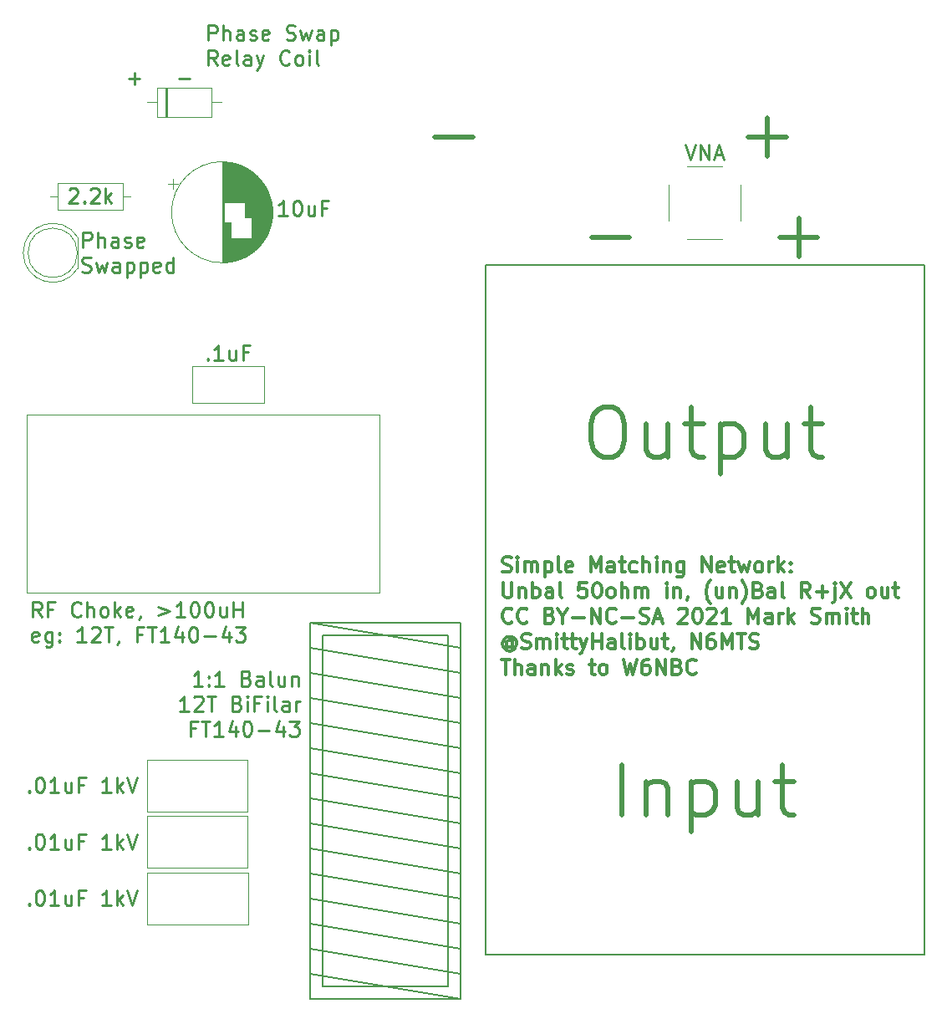
<source format=gbr>
G04 #@! TF.GenerationSoftware,KiCad,Pcbnew,5.0.2-bee76a0~70~ubuntu16.04.1*
G04 #@! TF.CreationDate,2021-05-08T15:12:51-07:00*
G04 #@! TF.ProjectId,simple-switching-network,73696d70-6c65-42d7-9377-69746368696e,rev?*
G04 #@! TF.SameCoordinates,Original*
G04 #@! TF.FileFunction,Legend,Top*
G04 #@! TF.FilePolarity,Positive*
%FSLAX46Y46*%
G04 Gerber Fmt 4.6, Leading zero omitted, Abs format (unit mm)*
G04 Created by KiCad (PCBNEW 5.0.2-bee76a0~70~ubuntu16.04.1) date Sat 08 May 2021 03:12:51 PM PDT*
%MOMM*%
%LPD*%
G01*
G04 APERTURE LIST*
%ADD10C,0.304800*%
%ADD11C,0.254000*%
%ADD12C,0.508000*%
%ADD13C,0.150000*%
%ADD14C,0.120000*%
G04 APERTURE END LIST*
D10*
X112883405Y-113545257D02*
X113101120Y-113617828D01*
X113463977Y-113617828D01*
X113609120Y-113545257D01*
X113681691Y-113472685D01*
X113754262Y-113327542D01*
X113754262Y-113182400D01*
X113681691Y-113037257D01*
X113609120Y-112964685D01*
X113463977Y-112892114D01*
X113173691Y-112819542D01*
X113028548Y-112746971D01*
X112955977Y-112674400D01*
X112883405Y-112529257D01*
X112883405Y-112384114D01*
X112955977Y-112238971D01*
X113028548Y-112166400D01*
X113173691Y-112093828D01*
X113536548Y-112093828D01*
X113754262Y-112166400D01*
X114407405Y-113617828D02*
X114407405Y-112601828D01*
X114407405Y-112093828D02*
X114334834Y-112166400D01*
X114407405Y-112238971D01*
X114479977Y-112166400D01*
X114407405Y-112093828D01*
X114407405Y-112238971D01*
X115133120Y-113617828D02*
X115133120Y-112601828D01*
X115133120Y-112746971D02*
X115205691Y-112674400D01*
X115350834Y-112601828D01*
X115568548Y-112601828D01*
X115713691Y-112674400D01*
X115786262Y-112819542D01*
X115786262Y-113617828D01*
X115786262Y-112819542D02*
X115858834Y-112674400D01*
X116003977Y-112601828D01*
X116221691Y-112601828D01*
X116366834Y-112674400D01*
X116439405Y-112819542D01*
X116439405Y-113617828D01*
X117165120Y-112601828D02*
X117165120Y-114125828D01*
X117165120Y-112674400D02*
X117310262Y-112601828D01*
X117600548Y-112601828D01*
X117745691Y-112674400D01*
X117818262Y-112746971D01*
X117890834Y-112892114D01*
X117890834Y-113327542D01*
X117818262Y-113472685D01*
X117745691Y-113545257D01*
X117600548Y-113617828D01*
X117310262Y-113617828D01*
X117165120Y-113545257D01*
X118761691Y-113617828D02*
X118616548Y-113545257D01*
X118543977Y-113400114D01*
X118543977Y-112093828D01*
X119922834Y-113545257D02*
X119777691Y-113617828D01*
X119487405Y-113617828D01*
X119342262Y-113545257D01*
X119269691Y-113400114D01*
X119269691Y-112819542D01*
X119342262Y-112674400D01*
X119487405Y-112601828D01*
X119777691Y-112601828D01*
X119922834Y-112674400D01*
X119995405Y-112819542D01*
X119995405Y-112964685D01*
X119269691Y-113109828D01*
X121809691Y-113617828D02*
X121809691Y-112093828D01*
X122317691Y-113182400D01*
X122825691Y-112093828D01*
X122825691Y-113617828D01*
X124204548Y-113617828D02*
X124204548Y-112819542D01*
X124131977Y-112674400D01*
X123986834Y-112601828D01*
X123696548Y-112601828D01*
X123551405Y-112674400D01*
X124204548Y-113545257D02*
X124059405Y-113617828D01*
X123696548Y-113617828D01*
X123551405Y-113545257D01*
X123478834Y-113400114D01*
X123478834Y-113254971D01*
X123551405Y-113109828D01*
X123696548Y-113037257D01*
X124059405Y-113037257D01*
X124204548Y-112964685D01*
X124712548Y-112601828D02*
X125293120Y-112601828D01*
X124930262Y-112093828D02*
X124930262Y-113400114D01*
X125002834Y-113545257D01*
X125147977Y-113617828D01*
X125293120Y-113617828D01*
X126454262Y-113545257D02*
X126309120Y-113617828D01*
X126018834Y-113617828D01*
X125873691Y-113545257D01*
X125801120Y-113472685D01*
X125728548Y-113327542D01*
X125728548Y-112892114D01*
X125801120Y-112746971D01*
X125873691Y-112674400D01*
X126018834Y-112601828D01*
X126309120Y-112601828D01*
X126454262Y-112674400D01*
X127107405Y-113617828D02*
X127107405Y-112093828D01*
X127760548Y-113617828D02*
X127760548Y-112819542D01*
X127687977Y-112674400D01*
X127542834Y-112601828D01*
X127325120Y-112601828D01*
X127179977Y-112674400D01*
X127107405Y-112746971D01*
X128486262Y-113617828D02*
X128486262Y-112601828D01*
X128486262Y-112093828D02*
X128413691Y-112166400D01*
X128486262Y-112238971D01*
X128558834Y-112166400D01*
X128486262Y-112093828D01*
X128486262Y-112238971D01*
X129211977Y-112601828D02*
X129211977Y-113617828D01*
X129211977Y-112746971D02*
X129284548Y-112674400D01*
X129429691Y-112601828D01*
X129647405Y-112601828D01*
X129792548Y-112674400D01*
X129865120Y-112819542D01*
X129865120Y-113617828D01*
X131243977Y-112601828D02*
X131243977Y-113835542D01*
X131171405Y-113980685D01*
X131098834Y-114053257D01*
X130953691Y-114125828D01*
X130735977Y-114125828D01*
X130590834Y-114053257D01*
X131243977Y-113545257D02*
X131098834Y-113617828D01*
X130808548Y-113617828D01*
X130663405Y-113545257D01*
X130590834Y-113472685D01*
X130518262Y-113327542D01*
X130518262Y-112892114D01*
X130590834Y-112746971D01*
X130663405Y-112674400D01*
X130808548Y-112601828D01*
X131098834Y-112601828D01*
X131243977Y-112674400D01*
X133130834Y-113617828D02*
X133130834Y-112093828D01*
X134001691Y-113617828D01*
X134001691Y-112093828D01*
X135307977Y-113545257D02*
X135162834Y-113617828D01*
X134872548Y-113617828D01*
X134727405Y-113545257D01*
X134654834Y-113400114D01*
X134654834Y-112819542D01*
X134727405Y-112674400D01*
X134872548Y-112601828D01*
X135162834Y-112601828D01*
X135307977Y-112674400D01*
X135380548Y-112819542D01*
X135380548Y-112964685D01*
X134654834Y-113109828D01*
X135815977Y-112601828D02*
X136396548Y-112601828D01*
X136033691Y-112093828D02*
X136033691Y-113400114D01*
X136106262Y-113545257D01*
X136251405Y-113617828D01*
X136396548Y-113617828D01*
X136759405Y-112601828D02*
X137049691Y-113617828D01*
X137339977Y-112892114D01*
X137630262Y-113617828D01*
X137920548Y-112601828D01*
X138718834Y-113617828D02*
X138573691Y-113545257D01*
X138501120Y-113472685D01*
X138428548Y-113327542D01*
X138428548Y-112892114D01*
X138501120Y-112746971D01*
X138573691Y-112674400D01*
X138718834Y-112601828D01*
X138936548Y-112601828D01*
X139081691Y-112674400D01*
X139154262Y-112746971D01*
X139226834Y-112892114D01*
X139226834Y-113327542D01*
X139154262Y-113472685D01*
X139081691Y-113545257D01*
X138936548Y-113617828D01*
X138718834Y-113617828D01*
X139879977Y-113617828D02*
X139879977Y-112601828D01*
X139879977Y-112892114D02*
X139952548Y-112746971D01*
X140025120Y-112674400D01*
X140170262Y-112601828D01*
X140315405Y-112601828D01*
X140823405Y-113617828D02*
X140823405Y-112093828D01*
X140968548Y-113037257D02*
X141403977Y-113617828D01*
X141403977Y-112601828D02*
X140823405Y-113182400D01*
X142057120Y-113472685D02*
X142129691Y-113545257D01*
X142057120Y-113617828D01*
X141984548Y-113545257D01*
X142057120Y-113472685D01*
X142057120Y-113617828D01*
X142057120Y-112674400D02*
X142129691Y-112746971D01*
X142057120Y-112819542D01*
X141984548Y-112746971D01*
X142057120Y-112674400D01*
X142057120Y-112819542D01*
X112955977Y-114684628D02*
X112955977Y-115918342D01*
X113028548Y-116063485D01*
X113101120Y-116136057D01*
X113246262Y-116208628D01*
X113536548Y-116208628D01*
X113681691Y-116136057D01*
X113754262Y-116063485D01*
X113826834Y-115918342D01*
X113826834Y-114684628D01*
X114552548Y-115192628D02*
X114552548Y-116208628D01*
X114552548Y-115337771D02*
X114625120Y-115265200D01*
X114770262Y-115192628D01*
X114987977Y-115192628D01*
X115133120Y-115265200D01*
X115205691Y-115410342D01*
X115205691Y-116208628D01*
X115931405Y-116208628D02*
X115931405Y-114684628D01*
X115931405Y-115265200D02*
X116076548Y-115192628D01*
X116366834Y-115192628D01*
X116511977Y-115265200D01*
X116584548Y-115337771D01*
X116657120Y-115482914D01*
X116657120Y-115918342D01*
X116584548Y-116063485D01*
X116511977Y-116136057D01*
X116366834Y-116208628D01*
X116076548Y-116208628D01*
X115931405Y-116136057D01*
X117963405Y-116208628D02*
X117963405Y-115410342D01*
X117890834Y-115265200D01*
X117745691Y-115192628D01*
X117455405Y-115192628D01*
X117310262Y-115265200D01*
X117963405Y-116136057D02*
X117818262Y-116208628D01*
X117455405Y-116208628D01*
X117310262Y-116136057D01*
X117237691Y-115990914D01*
X117237691Y-115845771D01*
X117310262Y-115700628D01*
X117455405Y-115628057D01*
X117818262Y-115628057D01*
X117963405Y-115555485D01*
X118906834Y-116208628D02*
X118761691Y-116136057D01*
X118689120Y-115990914D01*
X118689120Y-114684628D01*
X121374262Y-114684628D02*
X120648548Y-114684628D01*
X120575977Y-115410342D01*
X120648548Y-115337771D01*
X120793691Y-115265200D01*
X121156548Y-115265200D01*
X121301691Y-115337771D01*
X121374262Y-115410342D01*
X121446834Y-115555485D01*
X121446834Y-115918342D01*
X121374262Y-116063485D01*
X121301691Y-116136057D01*
X121156548Y-116208628D01*
X120793691Y-116208628D01*
X120648548Y-116136057D01*
X120575977Y-116063485D01*
X122390262Y-114684628D02*
X122535405Y-114684628D01*
X122680548Y-114757200D01*
X122753120Y-114829771D01*
X122825691Y-114974914D01*
X122898262Y-115265200D01*
X122898262Y-115628057D01*
X122825691Y-115918342D01*
X122753120Y-116063485D01*
X122680548Y-116136057D01*
X122535405Y-116208628D01*
X122390262Y-116208628D01*
X122245120Y-116136057D01*
X122172548Y-116063485D01*
X122099977Y-115918342D01*
X122027405Y-115628057D01*
X122027405Y-115265200D01*
X122099977Y-114974914D01*
X122172548Y-114829771D01*
X122245120Y-114757200D01*
X122390262Y-114684628D01*
X123769120Y-116208628D02*
X123623977Y-116136057D01*
X123551405Y-116063485D01*
X123478834Y-115918342D01*
X123478834Y-115482914D01*
X123551405Y-115337771D01*
X123623977Y-115265200D01*
X123769120Y-115192628D01*
X123986834Y-115192628D01*
X124131977Y-115265200D01*
X124204548Y-115337771D01*
X124277120Y-115482914D01*
X124277120Y-115918342D01*
X124204548Y-116063485D01*
X124131977Y-116136057D01*
X123986834Y-116208628D01*
X123769120Y-116208628D01*
X124930262Y-116208628D02*
X124930262Y-114684628D01*
X125583405Y-116208628D02*
X125583405Y-115410342D01*
X125510834Y-115265200D01*
X125365691Y-115192628D01*
X125147977Y-115192628D01*
X125002834Y-115265200D01*
X124930262Y-115337771D01*
X126309120Y-116208628D02*
X126309120Y-115192628D01*
X126309120Y-115337771D02*
X126381691Y-115265200D01*
X126526834Y-115192628D01*
X126744548Y-115192628D01*
X126889691Y-115265200D01*
X126962262Y-115410342D01*
X126962262Y-116208628D01*
X126962262Y-115410342D02*
X127034834Y-115265200D01*
X127179977Y-115192628D01*
X127397691Y-115192628D01*
X127542834Y-115265200D01*
X127615405Y-115410342D01*
X127615405Y-116208628D01*
X129502262Y-116208628D02*
X129502262Y-115192628D01*
X129502262Y-114684628D02*
X129429691Y-114757200D01*
X129502262Y-114829771D01*
X129574834Y-114757200D01*
X129502262Y-114684628D01*
X129502262Y-114829771D01*
X130227977Y-115192628D02*
X130227977Y-116208628D01*
X130227977Y-115337771D02*
X130300548Y-115265200D01*
X130445691Y-115192628D01*
X130663405Y-115192628D01*
X130808548Y-115265200D01*
X130881120Y-115410342D01*
X130881120Y-116208628D01*
X131679405Y-116136057D02*
X131679405Y-116208628D01*
X131606834Y-116353771D01*
X131534262Y-116426342D01*
X133929120Y-116789200D02*
X133856548Y-116716628D01*
X133711405Y-116498914D01*
X133638834Y-116353771D01*
X133566262Y-116136057D01*
X133493691Y-115773200D01*
X133493691Y-115482914D01*
X133566262Y-115120057D01*
X133638834Y-114902342D01*
X133711405Y-114757200D01*
X133856548Y-114539485D01*
X133929120Y-114466914D01*
X135162834Y-115192628D02*
X135162834Y-116208628D01*
X134509691Y-115192628D02*
X134509691Y-115990914D01*
X134582262Y-116136057D01*
X134727405Y-116208628D01*
X134945120Y-116208628D01*
X135090262Y-116136057D01*
X135162834Y-116063485D01*
X135888548Y-115192628D02*
X135888548Y-116208628D01*
X135888548Y-115337771D02*
X135961120Y-115265200D01*
X136106262Y-115192628D01*
X136323977Y-115192628D01*
X136469120Y-115265200D01*
X136541691Y-115410342D01*
X136541691Y-116208628D01*
X137122262Y-116789200D02*
X137194834Y-116716628D01*
X137339977Y-116498914D01*
X137412548Y-116353771D01*
X137485120Y-116136057D01*
X137557691Y-115773200D01*
X137557691Y-115482914D01*
X137485120Y-115120057D01*
X137412548Y-114902342D01*
X137339977Y-114757200D01*
X137194834Y-114539485D01*
X137122262Y-114466914D01*
X138791405Y-115410342D02*
X139009120Y-115482914D01*
X139081691Y-115555485D01*
X139154262Y-115700628D01*
X139154262Y-115918342D01*
X139081691Y-116063485D01*
X139009120Y-116136057D01*
X138863977Y-116208628D01*
X138283405Y-116208628D01*
X138283405Y-114684628D01*
X138791405Y-114684628D01*
X138936548Y-114757200D01*
X139009120Y-114829771D01*
X139081691Y-114974914D01*
X139081691Y-115120057D01*
X139009120Y-115265200D01*
X138936548Y-115337771D01*
X138791405Y-115410342D01*
X138283405Y-115410342D01*
X140460548Y-116208628D02*
X140460548Y-115410342D01*
X140387977Y-115265200D01*
X140242834Y-115192628D01*
X139952548Y-115192628D01*
X139807405Y-115265200D01*
X140460548Y-116136057D02*
X140315405Y-116208628D01*
X139952548Y-116208628D01*
X139807405Y-116136057D01*
X139734834Y-115990914D01*
X139734834Y-115845771D01*
X139807405Y-115700628D01*
X139952548Y-115628057D01*
X140315405Y-115628057D01*
X140460548Y-115555485D01*
X141403977Y-116208628D02*
X141258834Y-116136057D01*
X141186262Y-115990914D01*
X141186262Y-114684628D01*
X144016548Y-116208628D02*
X143508548Y-115482914D01*
X143145691Y-116208628D02*
X143145691Y-114684628D01*
X143726262Y-114684628D01*
X143871405Y-114757200D01*
X143943977Y-114829771D01*
X144016548Y-114974914D01*
X144016548Y-115192628D01*
X143943977Y-115337771D01*
X143871405Y-115410342D01*
X143726262Y-115482914D01*
X143145691Y-115482914D01*
X144669691Y-115628057D02*
X145830834Y-115628057D01*
X145250262Y-116208628D02*
X145250262Y-115047485D01*
X146556548Y-115192628D02*
X146556548Y-116498914D01*
X146483977Y-116644057D01*
X146338834Y-116716628D01*
X146266262Y-116716628D01*
X146556548Y-114684628D02*
X146483977Y-114757200D01*
X146556548Y-114829771D01*
X146629120Y-114757200D01*
X146556548Y-114684628D01*
X146556548Y-114829771D01*
X147137120Y-114684628D02*
X148153120Y-116208628D01*
X148153120Y-114684628D02*
X147137120Y-116208628D01*
X150112548Y-116208628D02*
X149967405Y-116136057D01*
X149894834Y-116063485D01*
X149822262Y-115918342D01*
X149822262Y-115482914D01*
X149894834Y-115337771D01*
X149967405Y-115265200D01*
X150112548Y-115192628D01*
X150330262Y-115192628D01*
X150475405Y-115265200D01*
X150547977Y-115337771D01*
X150620548Y-115482914D01*
X150620548Y-115918342D01*
X150547977Y-116063485D01*
X150475405Y-116136057D01*
X150330262Y-116208628D01*
X150112548Y-116208628D01*
X151926834Y-115192628D02*
X151926834Y-116208628D01*
X151273691Y-115192628D02*
X151273691Y-115990914D01*
X151346262Y-116136057D01*
X151491405Y-116208628D01*
X151709120Y-116208628D01*
X151854262Y-116136057D01*
X151926834Y-116063485D01*
X152434834Y-115192628D02*
X153015405Y-115192628D01*
X152652548Y-114684628D02*
X152652548Y-115990914D01*
X152725120Y-116136057D01*
X152870262Y-116208628D01*
X153015405Y-116208628D01*
X113826834Y-118654285D02*
X113754262Y-118726857D01*
X113536548Y-118799428D01*
X113391405Y-118799428D01*
X113173691Y-118726857D01*
X113028548Y-118581714D01*
X112955977Y-118436571D01*
X112883405Y-118146285D01*
X112883405Y-117928571D01*
X112955977Y-117638285D01*
X113028548Y-117493142D01*
X113173691Y-117348000D01*
X113391405Y-117275428D01*
X113536548Y-117275428D01*
X113754262Y-117348000D01*
X113826834Y-117420571D01*
X115350834Y-118654285D02*
X115278262Y-118726857D01*
X115060548Y-118799428D01*
X114915405Y-118799428D01*
X114697691Y-118726857D01*
X114552548Y-118581714D01*
X114479977Y-118436571D01*
X114407405Y-118146285D01*
X114407405Y-117928571D01*
X114479977Y-117638285D01*
X114552548Y-117493142D01*
X114697691Y-117348000D01*
X114915405Y-117275428D01*
X115060548Y-117275428D01*
X115278262Y-117348000D01*
X115350834Y-117420571D01*
X117673120Y-118001142D02*
X117890834Y-118073714D01*
X117963405Y-118146285D01*
X118035977Y-118291428D01*
X118035977Y-118509142D01*
X117963405Y-118654285D01*
X117890834Y-118726857D01*
X117745691Y-118799428D01*
X117165120Y-118799428D01*
X117165120Y-117275428D01*
X117673120Y-117275428D01*
X117818262Y-117348000D01*
X117890834Y-117420571D01*
X117963405Y-117565714D01*
X117963405Y-117710857D01*
X117890834Y-117856000D01*
X117818262Y-117928571D01*
X117673120Y-118001142D01*
X117165120Y-118001142D01*
X118979405Y-118073714D02*
X118979405Y-118799428D01*
X118471405Y-117275428D02*
X118979405Y-118073714D01*
X119487405Y-117275428D01*
X119995405Y-118218857D02*
X121156548Y-118218857D01*
X121882262Y-118799428D02*
X121882262Y-117275428D01*
X122753120Y-118799428D01*
X122753120Y-117275428D01*
X124349691Y-118654285D02*
X124277120Y-118726857D01*
X124059405Y-118799428D01*
X123914262Y-118799428D01*
X123696548Y-118726857D01*
X123551405Y-118581714D01*
X123478834Y-118436571D01*
X123406262Y-118146285D01*
X123406262Y-117928571D01*
X123478834Y-117638285D01*
X123551405Y-117493142D01*
X123696548Y-117348000D01*
X123914262Y-117275428D01*
X124059405Y-117275428D01*
X124277120Y-117348000D01*
X124349691Y-117420571D01*
X125002834Y-118218857D02*
X126163977Y-118218857D01*
X126817120Y-118726857D02*
X127034834Y-118799428D01*
X127397691Y-118799428D01*
X127542834Y-118726857D01*
X127615405Y-118654285D01*
X127687977Y-118509142D01*
X127687977Y-118364000D01*
X127615405Y-118218857D01*
X127542834Y-118146285D01*
X127397691Y-118073714D01*
X127107405Y-118001142D01*
X126962262Y-117928571D01*
X126889691Y-117856000D01*
X126817120Y-117710857D01*
X126817120Y-117565714D01*
X126889691Y-117420571D01*
X126962262Y-117348000D01*
X127107405Y-117275428D01*
X127470262Y-117275428D01*
X127687977Y-117348000D01*
X128268548Y-118364000D02*
X128994262Y-118364000D01*
X128123405Y-118799428D02*
X128631405Y-117275428D01*
X129139405Y-118799428D01*
X130735977Y-117420571D02*
X130808548Y-117348000D01*
X130953691Y-117275428D01*
X131316548Y-117275428D01*
X131461691Y-117348000D01*
X131534262Y-117420571D01*
X131606834Y-117565714D01*
X131606834Y-117710857D01*
X131534262Y-117928571D01*
X130663405Y-118799428D01*
X131606834Y-118799428D01*
X132550262Y-117275428D02*
X132695405Y-117275428D01*
X132840548Y-117348000D01*
X132913120Y-117420571D01*
X132985691Y-117565714D01*
X133058262Y-117856000D01*
X133058262Y-118218857D01*
X132985691Y-118509142D01*
X132913120Y-118654285D01*
X132840548Y-118726857D01*
X132695405Y-118799428D01*
X132550262Y-118799428D01*
X132405120Y-118726857D01*
X132332548Y-118654285D01*
X132259977Y-118509142D01*
X132187405Y-118218857D01*
X132187405Y-117856000D01*
X132259977Y-117565714D01*
X132332548Y-117420571D01*
X132405120Y-117348000D01*
X132550262Y-117275428D01*
X133638834Y-117420571D02*
X133711405Y-117348000D01*
X133856548Y-117275428D01*
X134219405Y-117275428D01*
X134364548Y-117348000D01*
X134437120Y-117420571D01*
X134509691Y-117565714D01*
X134509691Y-117710857D01*
X134437120Y-117928571D01*
X133566262Y-118799428D01*
X134509691Y-118799428D01*
X135961120Y-118799428D02*
X135090262Y-118799428D01*
X135525691Y-118799428D02*
X135525691Y-117275428D01*
X135380548Y-117493142D01*
X135235405Y-117638285D01*
X135090262Y-117710857D01*
X137775405Y-118799428D02*
X137775405Y-117275428D01*
X138283405Y-118364000D01*
X138791405Y-117275428D01*
X138791405Y-118799428D01*
X140170262Y-118799428D02*
X140170262Y-118001142D01*
X140097691Y-117856000D01*
X139952548Y-117783428D01*
X139662262Y-117783428D01*
X139517120Y-117856000D01*
X140170262Y-118726857D02*
X140025120Y-118799428D01*
X139662262Y-118799428D01*
X139517120Y-118726857D01*
X139444548Y-118581714D01*
X139444548Y-118436571D01*
X139517120Y-118291428D01*
X139662262Y-118218857D01*
X140025120Y-118218857D01*
X140170262Y-118146285D01*
X140895977Y-118799428D02*
X140895977Y-117783428D01*
X140895977Y-118073714D02*
X140968548Y-117928571D01*
X141041120Y-117856000D01*
X141186262Y-117783428D01*
X141331405Y-117783428D01*
X141839405Y-118799428D02*
X141839405Y-117275428D01*
X141984548Y-118218857D02*
X142419977Y-118799428D01*
X142419977Y-117783428D02*
X141839405Y-118364000D01*
X144161691Y-118726857D02*
X144379405Y-118799428D01*
X144742262Y-118799428D01*
X144887405Y-118726857D01*
X144959977Y-118654285D01*
X145032548Y-118509142D01*
X145032548Y-118364000D01*
X144959977Y-118218857D01*
X144887405Y-118146285D01*
X144742262Y-118073714D01*
X144451977Y-118001142D01*
X144306834Y-117928571D01*
X144234262Y-117856000D01*
X144161691Y-117710857D01*
X144161691Y-117565714D01*
X144234262Y-117420571D01*
X144306834Y-117348000D01*
X144451977Y-117275428D01*
X144814834Y-117275428D01*
X145032548Y-117348000D01*
X145685691Y-118799428D02*
X145685691Y-117783428D01*
X145685691Y-117928571D02*
X145758262Y-117856000D01*
X145903405Y-117783428D01*
X146121120Y-117783428D01*
X146266262Y-117856000D01*
X146338834Y-118001142D01*
X146338834Y-118799428D01*
X146338834Y-118001142D02*
X146411405Y-117856000D01*
X146556548Y-117783428D01*
X146774262Y-117783428D01*
X146919405Y-117856000D01*
X146991977Y-118001142D01*
X146991977Y-118799428D01*
X147717691Y-118799428D02*
X147717691Y-117783428D01*
X147717691Y-117275428D02*
X147645120Y-117348000D01*
X147717691Y-117420571D01*
X147790262Y-117348000D01*
X147717691Y-117275428D01*
X147717691Y-117420571D01*
X148225691Y-117783428D02*
X148806262Y-117783428D01*
X148443405Y-117275428D02*
X148443405Y-118581714D01*
X148515977Y-118726857D01*
X148661120Y-118799428D01*
X148806262Y-118799428D01*
X149314262Y-118799428D02*
X149314262Y-117275428D01*
X149967405Y-118799428D02*
X149967405Y-118001142D01*
X149894834Y-117856000D01*
X149749691Y-117783428D01*
X149531977Y-117783428D01*
X149386834Y-117856000D01*
X149314262Y-117928571D01*
X113899405Y-120664514D02*
X113826834Y-120591942D01*
X113681691Y-120519371D01*
X113536548Y-120519371D01*
X113391405Y-120591942D01*
X113318834Y-120664514D01*
X113246262Y-120809657D01*
X113246262Y-120954800D01*
X113318834Y-121099942D01*
X113391405Y-121172514D01*
X113536548Y-121245085D01*
X113681691Y-121245085D01*
X113826834Y-121172514D01*
X113899405Y-121099942D01*
X113899405Y-120519371D02*
X113899405Y-121099942D01*
X113971977Y-121172514D01*
X114044548Y-121172514D01*
X114189691Y-121099942D01*
X114262262Y-120954800D01*
X114262262Y-120591942D01*
X114117120Y-120374228D01*
X113899405Y-120229085D01*
X113609120Y-120156514D01*
X113318834Y-120229085D01*
X113101120Y-120374228D01*
X112955977Y-120591942D01*
X112883405Y-120882228D01*
X112955977Y-121172514D01*
X113101120Y-121390228D01*
X113318834Y-121535371D01*
X113609120Y-121607942D01*
X113899405Y-121535371D01*
X114117120Y-121390228D01*
X114842834Y-121317657D02*
X115060548Y-121390228D01*
X115423405Y-121390228D01*
X115568548Y-121317657D01*
X115641120Y-121245085D01*
X115713691Y-121099942D01*
X115713691Y-120954800D01*
X115641120Y-120809657D01*
X115568548Y-120737085D01*
X115423405Y-120664514D01*
X115133120Y-120591942D01*
X114987977Y-120519371D01*
X114915405Y-120446800D01*
X114842834Y-120301657D01*
X114842834Y-120156514D01*
X114915405Y-120011371D01*
X114987977Y-119938800D01*
X115133120Y-119866228D01*
X115495977Y-119866228D01*
X115713691Y-119938800D01*
X116366834Y-121390228D02*
X116366834Y-120374228D01*
X116366834Y-120519371D02*
X116439405Y-120446800D01*
X116584548Y-120374228D01*
X116802262Y-120374228D01*
X116947405Y-120446800D01*
X117019977Y-120591942D01*
X117019977Y-121390228D01*
X117019977Y-120591942D02*
X117092548Y-120446800D01*
X117237691Y-120374228D01*
X117455405Y-120374228D01*
X117600548Y-120446800D01*
X117673120Y-120591942D01*
X117673120Y-121390228D01*
X118398834Y-121390228D02*
X118398834Y-120374228D01*
X118398834Y-119866228D02*
X118326262Y-119938800D01*
X118398834Y-120011371D01*
X118471405Y-119938800D01*
X118398834Y-119866228D01*
X118398834Y-120011371D01*
X118906834Y-120374228D02*
X119487405Y-120374228D01*
X119124548Y-119866228D02*
X119124548Y-121172514D01*
X119197120Y-121317657D01*
X119342262Y-121390228D01*
X119487405Y-121390228D01*
X119777691Y-120374228D02*
X120358262Y-120374228D01*
X119995405Y-119866228D02*
X119995405Y-121172514D01*
X120067977Y-121317657D01*
X120213120Y-121390228D01*
X120358262Y-121390228D01*
X120721120Y-120374228D02*
X121083977Y-121390228D01*
X121446834Y-120374228D02*
X121083977Y-121390228D01*
X120938834Y-121753085D01*
X120866262Y-121825657D01*
X120721120Y-121898228D01*
X122027405Y-121390228D02*
X122027405Y-119866228D01*
X122027405Y-120591942D02*
X122898262Y-120591942D01*
X122898262Y-121390228D02*
X122898262Y-119866228D01*
X124277120Y-121390228D02*
X124277120Y-120591942D01*
X124204548Y-120446800D01*
X124059405Y-120374228D01*
X123769120Y-120374228D01*
X123623977Y-120446800D01*
X124277120Y-121317657D02*
X124131977Y-121390228D01*
X123769120Y-121390228D01*
X123623977Y-121317657D01*
X123551405Y-121172514D01*
X123551405Y-121027371D01*
X123623977Y-120882228D01*
X123769120Y-120809657D01*
X124131977Y-120809657D01*
X124277120Y-120737085D01*
X125220548Y-121390228D02*
X125075405Y-121317657D01*
X125002834Y-121172514D01*
X125002834Y-119866228D01*
X125801120Y-121390228D02*
X125801120Y-120374228D01*
X125801120Y-119866228D02*
X125728548Y-119938800D01*
X125801120Y-120011371D01*
X125873691Y-119938800D01*
X125801120Y-119866228D01*
X125801120Y-120011371D01*
X126526834Y-121390228D02*
X126526834Y-119866228D01*
X126526834Y-120446800D02*
X126671977Y-120374228D01*
X126962262Y-120374228D01*
X127107405Y-120446800D01*
X127179977Y-120519371D01*
X127252548Y-120664514D01*
X127252548Y-121099942D01*
X127179977Y-121245085D01*
X127107405Y-121317657D01*
X126962262Y-121390228D01*
X126671977Y-121390228D01*
X126526834Y-121317657D01*
X128558834Y-120374228D02*
X128558834Y-121390228D01*
X127905691Y-120374228D02*
X127905691Y-121172514D01*
X127978262Y-121317657D01*
X128123405Y-121390228D01*
X128341120Y-121390228D01*
X128486262Y-121317657D01*
X128558834Y-121245085D01*
X129066834Y-120374228D02*
X129647405Y-120374228D01*
X129284548Y-119866228D02*
X129284548Y-121172514D01*
X129357120Y-121317657D01*
X129502262Y-121390228D01*
X129647405Y-121390228D01*
X130227977Y-121317657D02*
X130227977Y-121390228D01*
X130155405Y-121535371D01*
X130082834Y-121607942D01*
X132042262Y-121390228D02*
X132042262Y-119866228D01*
X132913120Y-121390228D01*
X132913120Y-119866228D01*
X134291977Y-119866228D02*
X134001691Y-119866228D01*
X133856548Y-119938800D01*
X133783977Y-120011371D01*
X133638834Y-120229085D01*
X133566262Y-120519371D01*
X133566262Y-121099942D01*
X133638834Y-121245085D01*
X133711405Y-121317657D01*
X133856548Y-121390228D01*
X134146834Y-121390228D01*
X134291977Y-121317657D01*
X134364548Y-121245085D01*
X134437120Y-121099942D01*
X134437120Y-120737085D01*
X134364548Y-120591942D01*
X134291977Y-120519371D01*
X134146834Y-120446800D01*
X133856548Y-120446800D01*
X133711405Y-120519371D01*
X133638834Y-120591942D01*
X133566262Y-120737085D01*
X135090262Y-121390228D02*
X135090262Y-119866228D01*
X135598262Y-120954800D01*
X136106262Y-119866228D01*
X136106262Y-121390228D01*
X136614262Y-119866228D02*
X137485120Y-119866228D01*
X137049691Y-121390228D02*
X137049691Y-119866228D01*
X137920548Y-121317657D02*
X138138262Y-121390228D01*
X138501120Y-121390228D01*
X138646262Y-121317657D01*
X138718834Y-121245085D01*
X138791405Y-121099942D01*
X138791405Y-120954800D01*
X138718834Y-120809657D01*
X138646262Y-120737085D01*
X138501120Y-120664514D01*
X138210834Y-120591942D01*
X138065691Y-120519371D01*
X137993120Y-120446800D01*
X137920548Y-120301657D01*
X137920548Y-120156514D01*
X137993120Y-120011371D01*
X138065691Y-119938800D01*
X138210834Y-119866228D01*
X138573691Y-119866228D01*
X138791405Y-119938800D01*
X112738262Y-122457028D02*
X113609120Y-122457028D01*
X113173691Y-123981028D02*
X113173691Y-122457028D01*
X114117120Y-123981028D02*
X114117120Y-122457028D01*
X114770262Y-123981028D02*
X114770262Y-123182742D01*
X114697691Y-123037600D01*
X114552548Y-122965028D01*
X114334834Y-122965028D01*
X114189691Y-123037600D01*
X114117120Y-123110171D01*
X116149120Y-123981028D02*
X116149120Y-123182742D01*
X116076548Y-123037600D01*
X115931405Y-122965028D01*
X115641120Y-122965028D01*
X115495977Y-123037600D01*
X116149120Y-123908457D02*
X116003977Y-123981028D01*
X115641120Y-123981028D01*
X115495977Y-123908457D01*
X115423405Y-123763314D01*
X115423405Y-123618171D01*
X115495977Y-123473028D01*
X115641120Y-123400457D01*
X116003977Y-123400457D01*
X116149120Y-123327885D01*
X116874834Y-122965028D02*
X116874834Y-123981028D01*
X116874834Y-123110171D02*
X116947405Y-123037600D01*
X117092548Y-122965028D01*
X117310262Y-122965028D01*
X117455405Y-123037600D01*
X117527977Y-123182742D01*
X117527977Y-123981028D01*
X118253691Y-123981028D02*
X118253691Y-122457028D01*
X118398834Y-123400457D02*
X118834262Y-123981028D01*
X118834262Y-122965028D02*
X118253691Y-123545600D01*
X119414834Y-123908457D02*
X119559977Y-123981028D01*
X119850262Y-123981028D01*
X119995405Y-123908457D01*
X120067977Y-123763314D01*
X120067977Y-123690742D01*
X119995405Y-123545600D01*
X119850262Y-123473028D01*
X119632548Y-123473028D01*
X119487405Y-123400457D01*
X119414834Y-123255314D01*
X119414834Y-123182742D01*
X119487405Y-123037600D01*
X119632548Y-122965028D01*
X119850262Y-122965028D01*
X119995405Y-123037600D01*
X121664548Y-122965028D02*
X122245120Y-122965028D01*
X121882262Y-122457028D02*
X121882262Y-123763314D01*
X121954834Y-123908457D01*
X122099977Y-123981028D01*
X122245120Y-123981028D01*
X122970834Y-123981028D02*
X122825691Y-123908457D01*
X122753120Y-123835885D01*
X122680548Y-123690742D01*
X122680548Y-123255314D01*
X122753120Y-123110171D01*
X122825691Y-123037600D01*
X122970834Y-122965028D01*
X123188548Y-122965028D01*
X123333691Y-123037600D01*
X123406262Y-123110171D01*
X123478834Y-123255314D01*
X123478834Y-123690742D01*
X123406262Y-123835885D01*
X123333691Y-123908457D01*
X123188548Y-123981028D01*
X122970834Y-123981028D01*
X125147977Y-122457028D02*
X125510834Y-123981028D01*
X125801120Y-122892457D01*
X126091405Y-123981028D01*
X126454262Y-122457028D01*
X127687977Y-122457028D02*
X127397691Y-122457028D01*
X127252548Y-122529600D01*
X127179977Y-122602171D01*
X127034834Y-122819885D01*
X126962262Y-123110171D01*
X126962262Y-123690742D01*
X127034834Y-123835885D01*
X127107405Y-123908457D01*
X127252548Y-123981028D01*
X127542834Y-123981028D01*
X127687977Y-123908457D01*
X127760548Y-123835885D01*
X127833120Y-123690742D01*
X127833120Y-123327885D01*
X127760548Y-123182742D01*
X127687977Y-123110171D01*
X127542834Y-123037600D01*
X127252548Y-123037600D01*
X127107405Y-123110171D01*
X127034834Y-123182742D01*
X126962262Y-123327885D01*
X128486262Y-123981028D02*
X128486262Y-122457028D01*
X129357120Y-123981028D01*
X129357120Y-122457028D01*
X130590834Y-123182742D02*
X130808548Y-123255314D01*
X130881120Y-123327885D01*
X130953691Y-123473028D01*
X130953691Y-123690742D01*
X130881120Y-123835885D01*
X130808548Y-123908457D01*
X130663405Y-123981028D01*
X130082834Y-123981028D01*
X130082834Y-122457028D01*
X130590834Y-122457028D01*
X130735977Y-122529600D01*
X130808548Y-122602171D01*
X130881120Y-122747314D01*
X130881120Y-122892457D01*
X130808548Y-123037600D01*
X130735977Y-123110171D01*
X130590834Y-123182742D01*
X130082834Y-123182742D01*
X132477691Y-123835885D02*
X132405120Y-123908457D01*
X132187405Y-123981028D01*
X132042262Y-123981028D01*
X131824548Y-123908457D01*
X131679405Y-123763314D01*
X131606834Y-123618171D01*
X131534262Y-123327885D01*
X131534262Y-123110171D01*
X131606834Y-122819885D01*
X131679405Y-122674742D01*
X131824548Y-122529600D01*
X132042262Y-122457028D01*
X132187405Y-122457028D01*
X132405120Y-122529600D01*
X132477691Y-122602171D01*
D11*
X83077957Y-59744428D02*
X83077957Y-58220428D01*
X83658528Y-58220428D01*
X83803671Y-58293000D01*
X83876242Y-58365571D01*
X83948814Y-58510714D01*
X83948814Y-58728428D01*
X83876242Y-58873571D01*
X83803671Y-58946142D01*
X83658528Y-59018714D01*
X83077957Y-59018714D01*
X84601957Y-59744428D02*
X84601957Y-58220428D01*
X85255100Y-59744428D02*
X85255100Y-58946142D01*
X85182528Y-58801000D01*
X85037385Y-58728428D01*
X84819671Y-58728428D01*
X84674528Y-58801000D01*
X84601957Y-58873571D01*
X86633957Y-59744428D02*
X86633957Y-58946142D01*
X86561385Y-58801000D01*
X86416242Y-58728428D01*
X86125957Y-58728428D01*
X85980814Y-58801000D01*
X86633957Y-59671857D02*
X86488814Y-59744428D01*
X86125957Y-59744428D01*
X85980814Y-59671857D01*
X85908242Y-59526714D01*
X85908242Y-59381571D01*
X85980814Y-59236428D01*
X86125957Y-59163857D01*
X86488814Y-59163857D01*
X86633957Y-59091285D01*
X87287100Y-59671857D02*
X87432242Y-59744428D01*
X87722528Y-59744428D01*
X87867671Y-59671857D01*
X87940242Y-59526714D01*
X87940242Y-59454142D01*
X87867671Y-59309000D01*
X87722528Y-59236428D01*
X87504814Y-59236428D01*
X87359671Y-59163857D01*
X87287100Y-59018714D01*
X87287100Y-58946142D01*
X87359671Y-58801000D01*
X87504814Y-58728428D01*
X87722528Y-58728428D01*
X87867671Y-58801000D01*
X89173957Y-59671857D02*
X89028814Y-59744428D01*
X88738528Y-59744428D01*
X88593385Y-59671857D01*
X88520814Y-59526714D01*
X88520814Y-58946142D01*
X88593385Y-58801000D01*
X88738528Y-58728428D01*
X89028814Y-58728428D01*
X89173957Y-58801000D01*
X89246528Y-58946142D01*
X89246528Y-59091285D01*
X88520814Y-59236428D01*
X90988242Y-59671857D02*
X91205957Y-59744428D01*
X91568814Y-59744428D01*
X91713957Y-59671857D01*
X91786528Y-59599285D01*
X91859100Y-59454142D01*
X91859100Y-59309000D01*
X91786528Y-59163857D01*
X91713957Y-59091285D01*
X91568814Y-59018714D01*
X91278528Y-58946142D01*
X91133385Y-58873571D01*
X91060814Y-58801000D01*
X90988242Y-58655857D01*
X90988242Y-58510714D01*
X91060814Y-58365571D01*
X91133385Y-58293000D01*
X91278528Y-58220428D01*
X91641385Y-58220428D01*
X91859100Y-58293000D01*
X92367100Y-58728428D02*
X92657385Y-59744428D01*
X92947671Y-59018714D01*
X93237957Y-59744428D01*
X93528242Y-58728428D01*
X94761957Y-59744428D02*
X94761957Y-58946142D01*
X94689385Y-58801000D01*
X94544242Y-58728428D01*
X94253957Y-58728428D01*
X94108814Y-58801000D01*
X94761957Y-59671857D02*
X94616814Y-59744428D01*
X94253957Y-59744428D01*
X94108814Y-59671857D01*
X94036242Y-59526714D01*
X94036242Y-59381571D01*
X94108814Y-59236428D01*
X94253957Y-59163857D01*
X94616814Y-59163857D01*
X94761957Y-59091285D01*
X95487671Y-58728428D02*
X95487671Y-60252428D01*
X95487671Y-58801000D02*
X95632814Y-58728428D01*
X95923100Y-58728428D01*
X96068242Y-58801000D01*
X96140814Y-58873571D01*
X96213385Y-59018714D01*
X96213385Y-59454142D01*
X96140814Y-59599285D01*
X96068242Y-59671857D01*
X95923100Y-59744428D01*
X95632814Y-59744428D01*
X95487671Y-59671857D01*
X83948814Y-62284428D02*
X83440814Y-61558714D01*
X83077957Y-62284428D02*
X83077957Y-60760428D01*
X83658528Y-60760428D01*
X83803671Y-60833000D01*
X83876242Y-60905571D01*
X83948814Y-61050714D01*
X83948814Y-61268428D01*
X83876242Y-61413571D01*
X83803671Y-61486142D01*
X83658528Y-61558714D01*
X83077957Y-61558714D01*
X85182528Y-62211857D02*
X85037385Y-62284428D01*
X84747100Y-62284428D01*
X84601957Y-62211857D01*
X84529385Y-62066714D01*
X84529385Y-61486142D01*
X84601957Y-61341000D01*
X84747100Y-61268428D01*
X85037385Y-61268428D01*
X85182528Y-61341000D01*
X85255100Y-61486142D01*
X85255100Y-61631285D01*
X84529385Y-61776428D01*
X86125957Y-62284428D02*
X85980814Y-62211857D01*
X85908242Y-62066714D01*
X85908242Y-60760428D01*
X87359671Y-62284428D02*
X87359671Y-61486142D01*
X87287100Y-61341000D01*
X87141957Y-61268428D01*
X86851671Y-61268428D01*
X86706528Y-61341000D01*
X87359671Y-62211857D02*
X87214528Y-62284428D01*
X86851671Y-62284428D01*
X86706528Y-62211857D01*
X86633957Y-62066714D01*
X86633957Y-61921571D01*
X86706528Y-61776428D01*
X86851671Y-61703857D01*
X87214528Y-61703857D01*
X87359671Y-61631285D01*
X87940242Y-61268428D02*
X88303100Y-62284428D01*
X88665957Y-61268428D02*
X88303100Y-62284428D01*
X88157957Y-62647285D01*
X88085385Y-62719857D01*
X87940242Y-62792428D01*
X91278528Y-62139285D02*
X91205957Y-62211857D01*
X90988242Y-62284428D01*
X90843100Y-62284428D01*
X90625385Y-62211857D01*
X90480242Y-62066714D01*
X90407671Y-61921571D01*
X90335100Y-61631285D01*
X90335100Y-61413571D01*
X90407671Y-61123285D01*
X90480242Y-60978142D01*
X90625385Y-60833000D01*
X90843100Y-60760428D01*
X90988242Y-60760428D01*
X91205957Y-60833000D01*
X91278528Y-60905571D01*
X92149385Y-62284428D02*
X92004242Y-62211857D01*
X91931671Y-62139285D01*
X91859100Y-61994142D01*
X91859100Y-61558714D01*
X91931671Y-61413571D01*
X92004242Y-61341000D01*
X92149385Y-61268428D01*
X92367100Y-61268428D01*
X92512242Y-61341000D01*
X92584814Y-61413571D01*
X92657385Y-61558714D01*
X92657385Y-61994142D01*
X92584814Y-62139285D01*
X92512242Y-62211857D01*
X92367100Y-62284428D01*
X92149385Y-62284428D01*
X93310528Y-62284428D02*
X93310528Y-61268428D01*
X93310528Y-60760428D02*
X93237957Y-60833000D01*
X93310528Y-60905571D01*
X93383100Y-60833000D01*
X93310528Y-60760428D01*
X93310528Y-60905571D01*
X94253957Y-62284428D02*
X94108814Y-62211857D01*
X94036242Y-62066714D01*
X94036242Y-60760428D01*
X82457471Y-125149428D02*
X81586614Y-125149428D01*
X82022042Y-125149428D02*
X82022042Y-123625428D01*
X81876900Y-123843142D01*
X81731757Y-123988285D01*
X81586614Y-124060857D01*
X83110614Y-125004285D02*
X83183185Y-125076857D01*
X83110614Y-125149428D01*
X83038042Y-125076857D01*
X83110614Y-125004285D01*
X83110614Y-125149428D01*
X83110614Y-124206000D02*
X83183185Y-124278571D01*
X83110614Y-124351142D01*
X83038042Y-124278571D01*
X83110614Y-124206000D01*
X83110614Y-124351142D01*
X84634614Y-125149428D02*
X83763757Y-125149428D01*
X84199185Y-125149428D02*
X84199185Y-123625428D01*
X84054042Y-123843142D01*
X83908900Y-123988285D01*
X83763757Y-124060857D01*
X86956900Y-124351142D02*
X87174614Y-124423714D01*
X87247185Y-124496285D01*
X87319757Y-124641428D01*
X87319757Y-124859142D01*
X87247185Y-125004285D01*
X87174614Y-125076857D01*
X87029471Y-125149428D01*
X86448900Y-125149428D01*
X86448900Y-123625428D01*
X86956900Y-123625428D01*
X87102042Y-123698000D01*
X87174614Y-123770571D01*
X87247185Y-123915714D01*
X87247185Y-124060857D01*
X87174614Y-124206000D01*
X87102042Y-124278571D01*
X86956900Y-124351142D01*
X86448900Y-124351142D01*
X88626042Y-125149428D02*
X88626042Y-124351142D01*
X88553471Y-124206000D01*
X88408328Y-124133428D01*
X88118042Y-124133428D01*
X87972900Y-124206000D01*
X88626042Y-125076857D02*
X88480900Y-125149428D01*
X88118042Y-125149428D01*
X87972900Y-125076857D01*
X87900328Y-124931714D01*
X87900328Y-124786571D01*
X87972900Y-124641428D01*
X88118042Y-124568857D01*
X88480900Y-124568857D01*
X88626042Y-124496285D01*
X89569471Y-125149428D02*
X89424328Y-125076857D01*
X89351757Y-124931714D01*
X89351757Y-123625428D01*
X90803185Y-124133428D02*
X90803185Y-125149428D01*
X90150042Y-124133428D02*
X90150042Y-124931714D01*
X90222614Y-125076857D01*
X90367757Y-125149428D01*
X90585471Y-125149428D01*
X90730614Y-125076857D01*
X90803185Y-125004285D01*
X91528900Y-124133428D02*
X91528900Y-125149428D01*
X91528900Y-124278571D02*
X91601471Y-124206000D01*
X91746614Y-124133428D01*
X91964328Y-124133428D01*
X92109471Y-124206000D01*
X92182042Y-124351142D01*
X92182042Y-125149428D01*
X81078614Y-127689428D02*
X80207757Y-127689428D01*
X80643185Y-127689428D02*
X80643185Y-126165428D01*
X80498042Y-126383142D01*
X80352900Y-126528285D01*
X80207757Y-126600857D01*
X81659185Y-126310571D02*
X81731757Y-126238000D01*
X81876900Y-126165428D01*
X82239757Y-126165428D01*
X82384900Y-126238000D01*
X82457471Y-126310571D01*
X82530042Y-126455714D01*
X82530042Y-126600857D01*
X82457471Y-126818571D01*
X81586614Y-127689428D01*
X82530042Y-127689428D01*
X82965471Y-126165428D02*
X83836328Y-126165428D01*
X83400900Y-127689428D02*
X83400900Y-126165428D01*
X86013471Y-126891142D02*
X86231185Y-126963714D01*
X86303757Y-127036285D01*
X86376328Y-127181428D01*
X86376328Y-127399142D01*
X86303757Y-127544285D01*
X86231185Y-127616857D01*
X86086042Y-127689428D01*
X85505471Y-127689428D01*
X85505471Y-126165428D01*
X86013471Y-126165428D01*
X86158614Y-126238000D01*
X86231185Y-126310571D01*
X86303757Y-126455714D01*
X86303757Y-126600857D01*
X86231185Y-126746000D01*
X86158614Y-126818571D01*
X86013471Y-126891142D01*
X85505471Y-126891142D01*
X87029471Y-127689428D02*
X87029471Y-126673428D01*
X87029471Y-126165428D02*
X86956900Y-126238000D01*
X87029471Y-126310571D01*
X87102042Y-126238000D01*
X87029471Y-126165428D01*
X87029471Y-126310571D01*
X88263185Y-126891142D02*
X87755185Y-126891142D01*
X87755185Y-127689428D02*
X87755185Y-126165428D01*
X88480900Y-126165428D01*
X89061471Y-127689428D02*
X89061471Y-126673428D01*
X89061471Y-126165428D02*
X88988900Y-126238000D01*
X89061471Y-126310571D01*
X89134042Y-126238000D01*
X89061471Y-126165428D01*
X89061471Y-126310571D01*
X90004900Y-127689428D02*
X89859757Y-127616857D01*
X89787185Y-127471714D01*
X89787185Y-126165428D01*
X91238614Y-127689428D02*
X91238614Y-126891142D01*
X91166042Y-126746000D01*
X91020900Y-126673428D01*
X90730614Y-126673428D01*
X90585471Y-126746000D01*
X91238614Y-127616857D02*
X91093471Y-127689428D01*
X90730614Y-127689428D01*
X90585471Y-127616857D01*
X90512900Y-127471714D01*
X90512900Y-127326571D01*
X90585471Y-127181428D01*
X90730614Y-127108857D01*
X91093471Y-127108857D01*
X91238614Y-127036285D01*
X91964328Y-127689428D02*
X91964328Y-126673428D01*
X91964328Y-126963714D02*
X92036900Y-126818571D01*
X92109471Y-126746000D01*
X92254614Y-126673428D01*
X92399757Y-126673428D01*
X81804328Y-129431142D02*
X81296328Y-129431142D01*
X81296328Y-130229428D02*
X81296328Y-128705428D01*
X82022042Y-128705428D01*
X82384900Y-128705428D02*
X83255757Y-128705428D01*
X82820328Y-130229428D02*
X82820328Y-128705428D01*
X84562042Y-130229428D02*
X83691185Y-130229428D01*
X84126614Y-130229428D02*
X84126614Y-128705428D01*
X83981471Y-128923142D01*
X83836328Y-129068285D01*
X83691185Y-129140857D01*
X85868328Y-129213428D02*
X85868328Y-130229428D01*
X85505471Y-128632857D02*
X85142614Y-129721428D01*
X86086042Y-129721428D01*
X86956900Y-128705428D02*
X87102042Y-128705428D01*
X87247185Y-128778000D01*
X87319757Y-128850571D01*
X87392328Y-128995714D01*
X87464900Y-129286000D01*
X87464900Y-129648857D01*
X87392328Y-129939142D01*
X87319757Y-130084285D01*
X87247185Y-130156857D01*
X87102042Y-130229428D01*
X86956900Y-130229428D01*
X86811757Y-130156857D01*
X86739185Y-130084285D01*
X86666614Y-129939142D01*
X86594042Y-129648857D01*
X86594042Y-129286000D01*
X86666614Y-128995714D01*
X86739185Y-128850571D01*
X86811757Y-128778000D01*
X86956900Y-128705428D01*
X88118042Y-129648857D02*
X89279185Y-129648857D01*
X90658042Y-129213428D02*
X90658042Y-130229428D01*
X90295185Y-128632857D02*
X89932328Y-129721428D01*
X90875757Y-129721428D01*
X91311185Y-128705428D02*
X92254614Y-128705428D01*
X91746614Y-129286000D01*
X91964328Y-129286000D01*
X92109471Y-129358571D01*
X92182042Y-129431142D01*
X92254614Y-129576285D01*
X92254614Y-129939142D01*
X92182042Y-130084285D01*
X92109471Y-130156857D01*
X91964328Y-130229428D01*
X91528900Y-130229428D01*
X91383757Y-130156857D01*
X91311185Y-130084285D01*
X66168814Y-118164428D02*
X65660814Y-117438714D01*
X65297957Y-118164428D02*
X65297957Y-116640428D01*
X65878528Y-116640428D01*
X66023671Y-116713000D01*
X66096242Y-116785571D01*
X66168814Y-116930714D01*
X66168814Y-117148428D01*
X66096242Y-117293571D01*
X66023671Y-117366142D01*
X65878528Y-117438714D01*
X65297957Y-117438714D01*
X67329957Y-117366142D02*
X66821957Y-117366142D01*
X66821957Y-118164428D02*
X66821957Y-116640428D01*
X67547671Y-116640428D01*
X70160242Y-118019285D02*
X70087671Y-118091857D01*
X69869957Y-118164428D01*
X69724814Y-118164428D01*
X69507100Y-118091857D01*
X69361957Y-117946714D01*
X69289385Y-117801571D01*
X69216814Y-117511285D01*
X69216814Y-117293571D01*
X69289385Y-117003285D01*
X69361957Y-116858142D01*
X69507100Y-116713000D01*
X69724814Y-116640428D01*
X69869957Y-116640428D01*
X70087671Y-116713000D01*
X70160242Y-116785571D01*
X70813385Y-118164428D02*
X70813385Y-116640428D01*
X71466528Y-118164428D02*
X71466528Y-117366142D01*
X71393957Y-117221000D01*
X71248814Y-117148428D01*
X71031100Y-117148428D01*
X70885957Y-117221000D01*
X70813385Y-117293571D01*
X72409957Y-118164428D02*
X72264814Y-118091857D01*
X72192242Y-118019285D01*
X72119671Y-117874142D01*
X72119671Y-117438714D01*
X72192242Y-117293571D01*
X72264814Y-117221000D01*
X72409957Y-117148428D01*
X72627671Y-117148428D01*
X72772814Y-117221000D01*
X72845385Y-117293571D01*
X72917957Y-117438714D01*
X72917957Y-117874142D01*
X72845385Y-118019285D01*
X72772814Y-118091857D01*
X72627671Y-118164428D01*
X72409957Y-118164428D01*
X73571100Y-118164428D02*
X73571100Y-116640428D01*
X73716242Y-117583857D02*
X74151671Y-118164428D01*
X74151671Y-117148428D02*
X73571100Y-117729000D01*
X75385385Y-118091857D02*
X75240242Y-118164428D01*
X74949957Y-118164428D01*
X74804814Y-118091857D01*
X74732242Y-117946714D01*
X74732242Y-117366142D01*
X74804814Y-117221000D01*
X74949957Y-117148428D01*
X75240242Y-117148428D01*
X75385385Y-117221000D01*
X75457957Y-117366142D01*
X75457957Y-117511285D01*
X74732242Y-117656428D01*
X76183671Y-118091857D02*
X76183671Y-118164428D01*
X76111100Y-118309571D01*
X76038528Y-118382142D01*
X77997957Y-117148428D02*
X79159100Y-117583857D01*
X77997957Y-118019285D01*
X80683100Y-118164428D02*
X79812242Y-118164428D01*
X80247671Y-118164428D02*
X80247671Y-116640428D01*
X80102528Y-116858142D01*
X79957385Y-117003285D01*
X79812242Y-117075857D01*
X81626528Y-116640428D02*
X81771671Y-116640428D01*
X81916814Y-116713000D01*
X81989385Y-116785571D01*
X82061957Y-116930714D01*
X82134528Y-117221000D01*
X82134528Y-117583857D01*
X82061957Y-117874142D01*
X81989385Y-118019285D01*
X81916814Y-118091857D01*
X81771671Y-118164428D01*
X81626528Y-118164428D01*
X81481385Y-118091857D01*
X81408814Y-118019285D01*
X81336242Y-117874142D01*
X81263671Y-117583857D01*
X81263671Y-117221000D01*
X81336242Y-116930714D01*
X81408814Y-116785571D01*
X81481385Y-116713000D01*
X81626528Y-116640428D01*
X83077957Y-116640428D02*
X83223100Y-116640428D01*
X83368242Y-116713000D01*
X83440814Y-116785571D01*
X83513385Y-116930714D01*
X83585957Y-117221000D01*
X83585957Y-117583857D01*
X83513385Y-117874142D01*
X83440814Y-118019285D01*
X83368242Y-118091857D01*
X83223100Y-118164428D01*
X83077957Y-118164428D01*
X82932814Y-118091857D01*
X82860242Y-118019285D01*
X82787671Y-117874142D01*
X82715100Y-117583857D01*
X82715100Y-117221000D01*
X82787671Y-116930714D01*
X82860242Y-116785571D01*
X82932814Y-116713000D01*
X83077957Y-116640428D01*
X84892242Y-117148428D02*
X84892242Y-118164428D01*
X84239100Y-117148428D02*
X84239100Y-117946714D01*
X84311671Y-118091857D01*
X84456814Y-118164428D01*
X84674528Y-118164428D01*
X84819671Y-118091857D01*
X84892242Y-118019285D01*
X85617957Y-118164428D02*
X85617957Y-116640428D01*
X85617957Y-117366142D02*
X86488814Y-117366142D01*
X86488814Y-118164428D02*
X86488814Y-116640428D01*
X65878528Y-120631857D02*
X65733385Y-120704428D01*
X65443100Y-120704428D01*
X65297957Y-120631857D01*
X65225385Y-120486714D01*
X65225385Y-119906142D01*
X65297957Y-119761000D01*
X65443100Y-119688428D01*
X65733385Y-119688428D01*
X65878528Y-119761000D01*
X65951100Y-119906142D01*
X65951100Y-120051285D01*
X65225385Y-120196428D01*
X67257385Y-119688428D02*
X67257385Y-120922142D01*
X67184814Y-121067285D01*
X67112242Y-121139857D01*
X66967100Y-121212428D01*
X66749385Y-121212428D01*
X66604242Y-121139857D01*
X67257385Y-120631857D02*
X67112242Y-120704428D01*
X66821957Y-120704428D01*
X66676814Y-120631857D01*
X66604242Y-120559285D01*
X66531671Y-120414142D01*
X66531671Y-119978714D01*
X66604242Y-119833571D01*
X66676814Y-119761000D01*
X66821957Y-119688428D01*
X67112242Y-119688428D01*
X67257385Y-119761000D01*
X67983100Y-120559285D02*
X68055671Y-120631857D01*
X67983100Y-120704428D01*
X67910528Y-120631857D01*
X67983100Y-120559285D01*
X67983100Y-120704428D01*
X67983100Y-119761000D02*
X68055671Y-119833571D01*
X67983100Y-119906142D01*
X67910528Y-119833571D01*
X67983100Y-119761000D01*
X67983100Y-119906142D01*
X70668242Y-120704428D02*
X69797385Y-120704428D01*
X70232814Y-120704428D02*
X70232814Y-119180428D01*
X70087671Y-119398142D01*
X69942528Y-119543285D01*
X69797385Y-119615857D01*
X71248814Y-119325571D02*
X71321385Y-119253000D01*
X71466528Y-119180428D01*
X71829385Y-119180428D01*
X71974528Y-119253000D01*
X72047100Y-119325571D01*
X72119671Y-119470714D01*
X72119671Y-119615857D01*
X72047100Y-119833571D01*
X71176242Y-120704428D01*
X72119671Y-120704428D01*
X72555100Y-119180428D02*
X73425957Y-119180428D01*
X72990528Y-120704428D02*
X72990528Y-119180428D01*
X74006528Y-120631857D02*
X74006528Y-120704428D01*
X73933957Y-120849571D01*
X73861385Y-120922142D01*
X76328814Y-119906142D02*
X75820814Y-119906142D01*
X75820814Y-120704428D02*
X75820814Y-119180428D01*
X76546528Y-119180428D01*
X76909385Y-119180428D02*
X77780242Y-119180428D01*
X77344814Y-120704428D02*
X77344814Y-119180428D01*
X79086528Y-120704428D02*
X78215671Y-120704428D01*
X78651100Y-120704428D02*
X78651100Y-119180428D01*
X78505957Y-119398142D01*
X78360814Y-119543285D01*
X78215671Y-119615857D01*
X80392814Y-119688428D02*
X80392814Y-120704428D01*
X80029957Y-119107857D02*
X79667100Y-120196428D01*
X80610528Y-120196428D01*
X81481385Y-119180428D02*
X81626528Y-119180428D01*
X81771671Y-119253000D01*
X81844242Y-119325571D01*
X81916814Y-119470714D01*
X81989385Y-119761000D01*
X81989385Y-120123857D01*
X81916814Y-120414142D01*
X81844242Y-120559285D01*
X81771671Y-120631857D01*
X81626528Y-120704428D01*
X81481385Y-120704428D01*
X81336242Y-120631857D01*
X81263671Y-120559285D01*
X81191100Y-120414142D01*
X81118528Y-120123857D01*
X81118528Y-119761000D01*
X81191100Y-119470714D01*
X81263671Y-119325571D01*
X81336242Y-119253000D01*
X81481385Y-119180428D01*
X82642528Y-120123857D02*
X83803671Y-120123857D01*
X85182528Y-119688428D02*
X85182528Y-120704428D01*
X84819671Y-119107857D02*
X84456814Y-120196428D01*
X85400242Y-120196428D01*
X85835671Y-119180428D02*
X86779100Y-119180428D01*
X86271100Y-119761000D01*
X86488814Y-119761000D01*
X86633957Y-119833571D01*
X86706528Y-119906142D01*
X86779100Y-120051285D01*
X86779100Y-120414142D01*
X86706528Y-120559285D01*
X86633957Y-120631857D01*
X86488814Y-120704428D01*
X86053385Y-120704428D01*
X85908242Y-120631857D01*
X85835671Y-120559285D01*
X131390571Y-70285428D02*
X131898571Y-71809428D01*
X132406571Y-70285428D01*
X132914571Y-71809428D02*
X132914571Y-70285428D01*
X133785428Y-71809428D01*
X133785428Y-70285428D01*
X134438571Y-71374000D02*
X135164285Y-71374000D01*
X134293428Y-71809428D02*
X134801428Y-70285428D01*
X135309428Y-71809428D01*
X64931471Y-147229285D02*
X65004042Y-147301857D01*
X64931471Y-147374428D01*
X64858900Y-147301857D01*
X64931471Y-147229285D01*
X64931471Y-147374428D01*
X65947471Y-145850428D02*
X66092614Y-145850428D01*
X66237757Y-145923000D01*
X66310328Y-145995571D01*
X66382900Y-146140714D01*
X66455471Y-146431000D01*
X66455471Y-146793857D01*
X66382900Y-147084142D01*
X66310328Y-147229285D01*
X66237757Y-147301857D01*
X66092614Y-147374428D01*
X65947471Y-147374428D01*
X65802328Y-147301857D01*
X65729757Y-147229285D01*
X65657185Y-147084142D01*
X65584614Y-146793857D01*
X65584614Y-146431000D01*
X65657185Y-146140714D01*
X65729757Y-145995571D01*
X65802328Y-145923000D01*
X65947471Y-145850428D01*
X67906900Y-147374428D02*
X67036042Y-147374428D01*
X67471471Y-147374428D02*
X67471471Y-145850428D01*
X67326328Y-146068142D01*
X67181185Y-146213285D01*
X67036042Y-146285857D01*
X69213185Y-146358428D02*
X69213185Y-147374428D01*
X68560042Y-146358428D02*
X68560042Y-147156714D01*
X68632614Y-147301857D01*
X68777757Y-147374428D01*
X68995471Y-147374428D01*
X69140614Y-147301857D01*
X69213185Y-147229285D01*
X70446900Y-146576142D02*
X69938900Y-146576142D01*
X69938900Y-147374428D02*
X69938900Y-145850428D01*
X70664614Y-145850428D01*
X73204614Y-147374428D02*
X72333757Y-147374428D01*
X72769185Y-147374428D02*
X72769185Y-145850428D01*
X72624042Y-146068142D01*
X72478900Y-146213285D01*
X72333757Y-146285857D01*
X73857757Y-147374428D02*
X73857757Y-145850428D01*
X74002900Y-146793857D02*
X74438328Y-147374428D01*
X74438328Y-146358428D02*
X73857757Y-146939000D01*
X74873757Y-145850428D02*
X75381757Y-147374428D01*
X75889757Y-145850428D01*
X64931471Y-141514285D02*
X65004042Y-141586857D01*
X64931471Y-141659428D01*
X64858900Y-141586857D01*
X64931471Y-141514285D01*
X64931471Y-141659428D01*
X65947471Y-140135428D02*
X66092614Y-140135428D01*
X66237757Y-140208000D01*
X66310328Y-140280571D01*
X66382900Y-140425714D01*
X66455471Y-140716000D01*
X66455471Y-141078857D01*
X66382900Y-141369142D01*
X66310328Y-141514285D01*
X66237757Y-141586857D01*
X66092614Y-141659428D01*
X65947471Y-141659428D01*
X65802328Y-141586857D01*
X65729757Y-141514285D01*
X65657185Y-141369142D01*
X65584614Y-141078857D01*
X65584614Y-140716000D01*
X65657185Y-140425714D01*
X65729757Y-140280571D01*
X65802328Y-140208000D01*
X65947471Y-140135428D01*
X67906900Y-141659428D02*
X67036042Y-141659428D01*
X67471471Y-141659428D02*
X67471471Y-140135428D01*
X67326328Y-140353142D01*
X67181185Y-140498285D01*
X67036042Y-140570857D01*
X69213185Y-140643428D02*
X69213185Y-141659428D01*
X68560042Y-140643428D02*
X68560042Y-141441714D01*
X68632614Y-141586857D01*
X68777757Y-141659428D01*
X68995471Y-141659428D01*
X69140614Y-141586857D01*
X69213185Y-141514285D01*
X70446900Y-140861142D02*
X69938900Y-140861142D01*
X69938900Y-141659428D02*
X69938900Y-140135428D01*
X70664614Y-140135428D01*
X73204614Y-141659428D02*
X72333757Y-141659428D01*
X72769185Y-141659428D02*
X72769185Y-140135428D01*
X72624042Y-140353142D01*
X72478900Y-140498285D01*
X72333757Y-140570857D01*
X73857757Y-141659428D02*
X73857757Y-140135428D01*
X74002900Y-141078857D02*
X74438328Y-141659428D01*
X74438328Y-140643428D02*
X73857757Y-141224000D01*
X74873757Y-140135428D02*
X75381757Y-141659428D01*
X75889757Y-140135428D01*
X64931471Y-135799285D02*
X65004042Y-135871857D01*
X64931471Y-135944428D01*
X64858900Y-135871857D01*
X64931471Y-135799285D01*
X64931471Y-135944428D01*
X65947471Y-134420428D02*
X66092614Y-134420428D01*
X66237757Y-134493000D01*
X66310328Y-134565571D01*
X66382900Y-134710714D01*
X66455471Y-135001000D01*
X66455471Y-135363857D01*
X66382900Y-135654142D01*
X66310328Y-135799285D01*
X66237757Y-135871857D01*
X66092614Y-135944428D01*
X65947471Y-135944428D01*
X65802328Y-135871857D01*
X65729757Y-135799285D01*
X65657185Y-135654142D01*
X65584614Y-135363857D01*
X65584614Y-135001000D01*
X65657185Y-134710714D01*
X65729757Y-134565571D01*
X65802328Y-134493000D01*
X65947471Y-134420428D01*
X67906900Y-135944428D02*
X67036042Y-135944428D01*
X67471471Y-135944428D02*
X67471471Y-134420428D01*
X67326328Y-134638142D01*
X67181185Y-134783285D01*
X67036042Y-134855857D01*
X69213185Y-134928428D02*
X69213185Y-135944428D01*
X68560042Y-134928428D02*
X68560042Y-135726714D01*
X68632614Y-135871857D01*
X68777757Y-135944428D01*
X68995471Y-135944428D01*
X69140614Y-135871857D01*
X69213185Y-135799285D01*
X70446900Y-135146142D02*
X69938900Y-135146142D01*
X69938900Y-135944428D02*
X69938900Y-134420428D01*
X70664614Y-134420428D01*
X73204614Y-135944428D02*
X72333757Y-135944428D01*
X72769185Y-135944428D02*
X72769185Y-134420428D01*
X72624042Y-134638142D01*
X72478900Y-134783285D01*
X72333757Y-134855857D01*
X73857757Y-135944428D02*
X73857757Y-134420428D01*
X74002900Y-135363857D02*
X74438328Y-135944428D01*
X74438328Y-134928428D02*
X73857757Y-135509000D01*
X74873757Y-134420428D02*
X75381757Y-135944428D01*
X75889757Y-134420428D01*
X83021714Y-91984285D02*
X83094285Y-92056857D01*
X83021714Y-92129428D01*
X82949142Y-92056857D01*
X83021714Y-91984285D01*
X83021714Y-92129428D01*
X84545714Y-92129428D02*
X83674857Y-92129428D01*
X84110285Y-92129428D02*
X84110285Y-90605428D01*
X83965142Y-90823142D01*
X83820000Y-90968285D01*
X83674857Y-91040857D01*
X85852000Y-91113428D02*
X85852000Y-92129428D01*
X85198857Y-91113428D02*
X85198857Y-91911714D01*
X85271428Y-92056857D01*
X85416571Y-92129428D01*
X85634285Y-92129428D01*
X85779428Y-92056857D01*
X85852000Y-91984285D01*
X87085714Y-91331142D02*
X86577714Y-91331142D01*
X86577714Y-92129428D02*
X86577714Y-90605428D01*
X87303428Y-90605428D01*
X91077142Y-77524428D02*
X90206285Y-77524428D01*
X90641714Y-77524428D02*
X90641714Y-76000428D01*
X90496571Y-76218142D01*
X90351428Y-76363285D01*
X90206285Y-76435857D01*
X92020571Y-76000428D02*
X92165714Y-76000428D01*
X92310857Y-76073000D01*
X92383428Y-76145571D01*
X92456000Y-76290714D01*
X92528571Y-76581000D01*
X92528571Y-76943857D01*
X92456000Y-77234142D01*
X92383428Y-77379285D01*
X92310857Y-77451857D01*
X92165714Y-77524428D01*
X92020571Y-77524428D01*
X91875428Y-77451857D01*
X91802857Y-77379285D01*
X91730285Y-77234142D01*
X91657714Y-76943857D01*
X91657714Y-76581000D01*
X91730285Y-76290714D01*
X91802857Y-76145571D01*
X91875428Y-76073000D01*
X92020571Y-76000428D01*
X93834857Y-76508428D02*
X93834857Y-77524428D01*
X93181714Y-76508428D02*
X93181714Y-77306714D01*
X93254285Y-77451857D01*
X93399428Y-77524428D01*
X93617142Y-77524428D01*
X93762285Y-77451857D01*
X93834857Y-77379285D01*
X95068571Y-76726142D02*
X94560571Y-76726142D01*
X94560571Y-77524428D02*
X94560571Y-76000428D01*
X95286285Y-76000428D01*
X68979142Y-74875571D02*
X69051714Y-74803000D01*
X69196857Y-74730428D01*
X69559714Y-74730428D01*
X69704857Y-74803000D01*
X69777428Y-74875571D01*
X69850000Y-75020714D01*
X69850000Y-75165857D01*
X69777428Y-75383571D01*
X68906571Y-76254428D01*
X69850000Y-76254428D01*
X70503142Y-76109285D02*
X70575714Y-76181857D01*
X70503142Y-76254428D01*
X70430571Y-76181857D01*
X70503142Y-76109285D01*
X70503142Y-76254428D01*
X71156285Y-74875571D02*
X71228857Y-74803000D01*
X71374000Y-74730428D01*
X71736857Y-74730428D01*
X71882000Y-74803000D01*
X71954571Y-74875571D01*
X72027142Y-75020714D01*
X72027142Y-75165857D01*
X71954571Y-75383571D01*
X71083714Y-76254428D01*
X72027142Y-76254428D01*
X72680285Y-76254428D02*
X72680285Y-74730428D01*
X72825428Y-75673857D02*
X73260857Y-76254428D01*
X73260857Y-75238428D02*
X72680285Y-75819000D01*
X70377957Y-80699428D02*
X70377957Y-79175428D01*
X70958528Y-79175428D01*
X71103671Y-79248000D01*
X71176242Y-79320571D01*
X71248814Y-79465714D01*
X71248814Y-79683428D01*
X71176242Y-79828571D01*
X71103671Y-79901142D01*
X70958528Y-79973714D01*
X70377957Y-79973714D01*
X71901957Y-80699428D02*
X71901957Y-79175428D01*
X72555100Y-80699428D02*
X72555100Y-79901142D01*
X72482528Y-79756000D01*
X72337385Y-79683428D01*
X72119671Y-79683428D01*
X71974528Y-79756000D01*
X71901957Y-79828571D01*
X73933957Y-80699428D02*
X73933957Y-79901142D01*
X73861385Y-79756000D01*
X73716242Y-79683428D01*
X73425957Y-79683428D01*
X73280814Y-79756000D01*
X73933957Y-80626857D02*
X73788814Y-80699428D01*
X73425957Y-80699428D01*
X73280814Y-80626857D01*
X73208242Y-80481714D01*
X73208242Y-80336571D01*
X73280814Y-80191428D01*
X73425957Y-80118857D01*
X73788814Y-80118857D01*
X73933957Y-80046285D01*
X74587100Y-80626857D02*
X74732242Y-80699428D01*
X75022528Y-80699428D01*
X75167671Y-80626857D01*
X75240242Y-80481714D01*
X75240242Y-80409142D01*
X75167671Y-80264000D01*
X75022528Y-80191428D01*
X74804814Y-80191428D01*
X74659671Y-80118857D01*
X74587100Y-79973714D01*
X74587100Y-79901142D01*
X74659671Y-79756000D01*
X74804814Y-79683428D01*
X75022528Y-79683428D01*
X75167671Y-79756000D01*
X76473957Y-80626857D02*
X76328814Y-80699428D01*
X76038528Y-80699428D01*
X75893385Y-80626857D01*
X75820814Y-80481714D01*
X75820814Y-79901142D01*
X75893385Y-79756000D01*
X76038528Y-79683428D01*
X76328814Y-79683428D01*
X76473957Y-79756000D01*
X76546528Y-79901142D01*
X76546528Y-80046285D01*
X75820814Y-80191428D01*
X70305385Y-83166857D02*
X70523100Y-83239428D01*
X70885957Y-83239428D01*
X71031100Y-83166857D01*
X71103671Y-83094285D01*
X71176242Y-82949142D01*
X71176242Y-82804000D01*
X71103671Y-82658857D01*
X71031100Y-82586285D01*
X70885957Y-82513714D01*
X70595671Y-82441142D01*
X70450528Y-82368571D01*
X70377957Y-82296000D01*
X70305385Y-82150857D01*
X70305385Y-82005714D01*
X70377957Y-81860571D01*
X70450528Y-81788000D01*
X70595671Y-81715428D01*
X70958528Y-81715428D01*
X71176242Y-81788000D01*
X71684242Y-82223428D02*
X71974528Y-83239428D01*
X72264814Y-82513714D01*
X72555100Y-83239428D01*
X72845385Y-82223428D01*
X74079100Y-83239428D02*
X74079100Y-82441142D01*
X74006528Y-82296000D01*
X73861385Y-82223428D01*
X73571100Y-82223428D01*
X73425957Y-82296000D01*
X74079100Y-83166857D02*
X73933957Y-83239428D01*
X73571100Y-83239428D01*
X73425957Y-83166857D01*
X73353385Y-83021714D01*
X73353385Y-82876571D01*
X73425957Y-82731428D01*
X73571100Y-82658857D01*
X73933957Y-82658857D01*
X74079100Y-82586285D01*
X74804814Y-82223428D02*
X74804814Y-83747428D01*
X74804814Y-82296000D02*
X74949957Y-82223428D01*
X75240242Y-82223428D01*
X75385385Y-82296000D01*
X75457957Y-82368571D01*
X75530528Y-82513714D01*
X75530528Y-82949142D01*
X75457957Y-83094285D01*
X75385385Y-83166857D01*
X75240242Y-83239428D01*
X74949957Y-83239428D01*
X74804814Y-83166857D01*
X76183671Y-82223428D02*
X76183671Y-83747428D01*
X76183671Y-82296000D02*
X76328814Y-82223428D01*
X76619100Y-82223428D01*
X76764242Y-82296000D01*
X76836814Y-82368571D01*
X76909385Y-82513714D01*
X76909385Y-82949142D01*
X76836814Y-83094285D01*
X76764242Y-83166857D01*
X76619100Y-83239428D01*
X76328814Y-83239428D01*
X76183671Y-83166857D01*
X78143100Y-83166857D02*
X77997957Y-83239428D01*
X77707671Y-83239428D01*
X77562528Y-83166857D01*
X77489957Y-83021714D01*
X77489957Y-82441142D01*
X77562528Y-82296000D01*
X77707671Y-82223428D01*
X77997957Y-82223428D01*
X78143100Y-82296000D01*
X78215671Y-82441142D01*
X78215671Y-82586285D01*
X77489957Y-82731428D01*
X79521957Y-83239428D02*
X79521957Y-81715428D01*
X79521957Y-83166857D02*
X79376814Y-83239428D01*
X79086528Y-83239428D01*
X78941385Y-83166857D01*
X78868814Y-83094285D01*
X78796242Y-82949142D01*
X78796242Y-82513714D01*
X78868814Y-82368571D01*
X78941385Y-82296000D01*
X79086528Y-82223428D01*
X79376814Y-82223428D01*
X79521957Y-82296000D01*
X80064428Y-63608857D02*
X81225571Y-63608857D01*
X74984428Y-63608857D02*
X76145571Y-63608857D01*
X75565000Y-64189428D02*
X75565000Y-63028285D01*
D12*
X106014761Y-69577857D02*
X109885238Y-69577857D01*
X137764761Y-69577857D02*
X141635238Y-69577857D01*
X139700000Y-71513095D02*
X139700000Y-67642619D01*
X123069047Y-96913095D02*
X124036666Y-96913095D01*
X124520476Y-97155000D01*
X125004285Y-97638809D01*
X125246190Y-98606428D01*
X125246190Y-100299761D01*
X125004285Y-101267380D01*
X124520476Y-101751190D01*
X124036666Y-101993095D01*
X123069047Y-101993095D01*
X122585238Y-101751190D01*
X122101428Y-101267380D01*
X121859523Y-100299761D01*
X121859523Y-98606428D01*
X122101428Y-97638809D01*
X122585238Y-97155000D01*
X123069047Y-96913095D01*
X129600476Y-98606428D02*
X129600476Y-101993095D01*
X127423333Y-98606428D02*
X127423333Y-101267380D01*
X127665238Y-101751190D01*
X128149047Y-101993095D01*
X128874761Y-101993095D01*
X129358571Y-101751190D01*
X129600476Y-101509285D01*
X131293809Y-98606428D02*
X133229047Y-98606428D01*
X132019523Y-96913095D02*
X132019523Y-101267380D01*
X132261428Y-101751190D01*
X132745238Y-101993095D01*
X133229047Y-101993095D01*
X134922380Y-98606428D02*
X134922380Y-103686428D01*
X134922380Y-98848333D02*
X135406190Y-98606428D01*
X136373809Y-98606428D01*
X136857619Y-98848333D01*
X137099523Y-99090238D01*
X137341428Y-99574047D01*
X137341428Y-101025476D01*
X137099523Y-101509285D01*
X136857619Y-101751190D01*
X136373809Y-101993095D01*
X135406190Y-101993095D01*
X134922380Y-101751190D01*
X141695714Y-98606428D02*
X141695714Y-101993095D01*
X139518571Y-98606428D02*
X139518571Y-101267380D01*
X139760476Y-101751190D01*
X140244285Y-101993095D01*
X140970000Y-101993095D01*
X141453809Y-101751190D01*
X141695714Y-101509285D01*
X143389047Y-98606428D02*
X145324285Y-98606428D01*
X144114761Y-96913095D02*
X144114761Y-101267380D01*
X144356666Y-101751190D01*
X144840476Y-101993095D01*
X145324285Y-101993095D01*
X125004285Y-138188095D02*
X125004285Y-133108095D01*
X127423333Y-134801428D02*
X127423333Y-138188095D01*
X127423333Y-135285238D02*
X127665238Y-135043333D01*
X128149047Y-134801428D01*
X128874761Y-134801428D01*
X129358571Y-135043333D01*
X129600476Y-135527142D01*
X129600476Y-138188095D01*
X132019523Y-134801428D02*
X132019523Y-139881428D01*
X132019523Y-135043333D02*
X132503333Y-134801428D01*
X133470952Y-134801428D01*
X133954761Y-135043333D01*
X134196666Y-135285238D01*
X134438571Y-135769047D01*
X134438571Y-137220476D01*
X134196666Y-137704285D01*
X133954761Y-137946190D01*
X133470952Y-138188095D01*
X132503333Y-138188095D01*
X132019523Y-137946190D01*
X138792857Y-134801428D02*
X138792857Y-138188095D01*
X136615714Y-134801428D02*
X136615714Y-137462380D01*
X136857619Y-137946190D01*
X137341428Y-138188095D01*
X138067142Y-138188095D01*
X138550952Y-137946190D01*
X138792857Y-137704285D01*
X140486190Y-134801428D02*
X142421428Y-134801428D01*
X141211904Y-133108095D02*
X141211904Y-137462380D01*
X141453809Y-137946190D01*
X141937619Y-138188095D01*
X142421428Y-138188095D01*
X121889761Y-79737857D02*
X125760238Y-79737857D01*
X140939761Y-79737857D02*
X144810238Y-79737857D01*
X142875000Y-81673095D02*
X142875000Y-77802619D01*
D13*
G04 #@! TO.C,L2*
X107315000Y-120015000D02*
X94615000Y-120015000D01*
X94615000Y-120015000D02*
X94615000Y-155575000D01*
X94615000Y-155575000D02*
X107315000Y-155575000D01*
X107315000Y-155575000D02*
X107315000Y-120015000D01*
X108585000Y-118745000D02*
X93345000Y-118745000D01*
X93345000Y-118745000D02*
X93345000Y-156845000D01*
X93345000Y-156845000D02*
X108585000Y-156845000D01*
X108585000Y-156845000D02*
X108585000Y-118745000D01*
X93345000Y-118745000D02*
X108585000Y-121285000D01*
X93345000Y-121285000D02*
X108585000Y-123825000D01*
X93345000Y-123825000D02*
X108585000Y-126365000D01*
X93345000Y-126365000D02*
X108585000Y-128905000D01*
X93345000Y-128905000D02*
X108585000Y-131445000D01*
X93345000Y-131445000D02*
X108585000Y-133985000D01*
X93345000Y-133985000D02*
X108585000Y-136525000D01*
X93345000Y-136525000D02*
X108585000Y-139065000D01*
X93345000Y-139065000D02*
X108585000Y-141605000D01*
X93345000Y-141605000D02*
X108585000Y-144145000D01*
X93345000Y-144145000D02*
X108585000Y-146685000D01*
X93345000Y-146685000D02*
X108585000Y-149225000D01*
X93345000Y-149225000D02*
X108585000Y-151765000D01*
X93345000Y-151765000D02*
X108585000Y-154305000D01*
X93345000Y-154305000D02*
X108585000Y-156845000D01*
D14*
G04 #@! TO.C,C1*
X76835000Y-143590000D02*
X76835000Y-138350000D01*
X87075000Y-143590000D02*
X87075000Y-138350000D01*
X87075000Y-138350000D02*
X76835000Y-138350000D01*
X87075000Y-143590000D02*
X76835000Y-143590000D01*
G04 #@! TO.C,C2*
X87075000Y-137875000D02*
X76835000Y-137875000D01*
X87075000Y-132635000D02*
X76835000Y-132635000D01*
X87075000Y-137875000D02*
X87075000Y-132635000D01*
X76835000Y-137875000D02*
X76835000Y-132635000D01*
G04 #@! TO.C,C3*
X87095000Y-149305000D02*
X76855000Y-149305000D01*
X87095000Y-144065000D02*
X76855000Y-144065000D01*
X87095000Y-149305000D02*
X87095000Y-144065000D01*
X76855000Y-149305000D02*
X76855000Y-144065000D01*
G04 #@! TO.C,C4*
X89590937Y-77165000D02*
G75*
G03X89590937Y-77165000I-5120000J0D01*
G01*
X84470937Y-72085000D02*
X84470937Y-82245000D01*
X84510937Y-72085000D02*
X84510937Y-82245000D01*
X84550937Y-72085000D02*
X84550937Y-82245000D01*
X84590937Y-72086000D02*
X84590937Y-82244000D01*
X84630937Y-72087000D02*
X84630937Y-82243000D01*
X84670937Y-72088000D02*
X84670937Y-82242000D01*
X84710937Y-72090000D02*
X84710937Y-76125000D01*
X84710937Y-78205000D02*
X84710937Y-82240000D01*
X84750937Y-72092000D02*
X84750937Y-76125000D01*
X84750937Y-78205000D02*
X84750937Y-82238000D01*
X84790937Y-72095000D02*
X84790937Y-76125000D01*
X84790937Y-78205000D02*
X84790937Y-82235000D01*
X84830937Y-72097000D02*
X84830937Y-76125000D01*
X84830937Y-78205000D02*
X84830937Y-82233000D01*
X84870937Y-72100000D02*
X84870937Y-76125000D01*
X84870937Y-78205000D02*
X84870937Y-82230000D01*
X84910937Y-72103000D02*
X84910937Y-76125000D01*
X84910937Y-78205000D02*
X84910937Y-82227000D01*
X84950937Y-72107000D02*
X84950937Y-76125000D01*
X84950937Y-78205000D02*
X84950937Y-82223000D01*
X84990937Y-72111000D02*
X84990937Y-76125000D01*
X84990937Y-78205000D02*
X84990937Y-82219000D01*
X85030937Y-72115000D02*
X85030937Y-76125000D01*
X85030937Y-78205000D02*
X85030937Y-82215000D01*
X85070937Y-72120000D02*
X85070937Y-76125000D01*
X85070937Y-78205000D02*
X85070937Y-82210000D01*
X85110937Y-72125000D02*
X85110937Y-76125000D01*
X85110937Y-78205000D02*
X85110937Y-82205000D01*
X85150937Y-72130000D02*
X85150937Y-76125000D01*
X85150937Y-78205000D02*
X85150937Y-82200000D01*
X85191937Y-72135000D02*
X85191937Y-76125000D01*
X85191937Y-78205000D02*
X85191937Y-82195000D01*
X85231937Y-72141000D02*
X85231937Y-76125000D01*
X85231937Y-78205000D02*
X85231937Y-82189000D01*
X85271937Y-72147000D02*
X85271937Y-76125000D01*
X85271937Y-78205000D02*
X85271937Y-82183000D01*
X85311937Y-72154000D02*
X85311937Y-76125000D01*
X85311937Y-78205000D02*
X85311937Y-82176000D01*
X85351937Y-72161000D02*
X85351937Y-76125000D01*
X85351937Y-78205000D02*
X85351937Y-82169000D01*
X85391937Y-72168000D02*
X85391937Y-76125000D01*
X85391937Y-79805000D02*
X85391937Y-82162000D01*
X85431937Y-72175000D02*
X85431937Y-76125000D01*
X85431937Y-79805000D02*
X85431937Y-82155000D01*
X85471937Y-72183000D02*
X85471937Y-76125000D01*
X85471937Y-79805000D02*
X85471937Y-82147000D01*
X85511937Y-72191000D02*
X85511937Y-76125000D01*
X85511937Y-79805000D02*
X85511937Y-82139000D01*
X85551937Y-72200000D02*
X85551937Y-76125000D01*
X85551937Y-79805000D02*
X85551937Y-82130000D01*
X85591937Y-72209000D02*
X85591937Y-76125000D01*
X85591937Y-79805000D02*
X85591937Y-82121000D01*
X85631937Y-72218000D02*
X85631937Y-76125000D01*
X85631937Y-79805000D02*
X85631937Y-82112000D01*
X85671937Y-72227000D02*
X85671937Y-76125000D01*
X85671937Y-79805000D02*
X85671937Y-82103000D01*
X85711937Y-72237000D02*
X85711937Y-76125000D01*
X85711937Y-79805000D02*
X85711937Y-82093000D01*
X85751937Y-72247000D02*
X85751937Y-76125000D01*
X85751937Y-79805000D02*
X85751937Y-82083000D01*
X85791937Y-72258000D02*
X85791937Y-76125000D01*
X85791937Y-79805000D02*
X85791937Y-82072000D01*
X85831937Y-72268000D02*
X85831937Y-76125000D01*
X85831937Y-79805000D02*
X85831937Y-82062000D01*
X85871937Y-72280000D02*
X85871937Y-76125000D01*
X85871937Y-79805000D02*
X85871937Y-82050000D01*
X85911937Y-72291000D02*
X85911937Y-76125000D01*
X85911937Y-79805000D02*
X85911937Y-82039000D01*
X85951937Y-72303000D02*
X85951937Y-76125000D01*
X85951937Y-79805000D02*
X85951937Y-82027000D01*
X85991937Y-72315000D02*
X85991937Y-76125000D01*
X85991937Y-79805000D02*
X85991937Y-82015000D01*
X86031937Y-72328000D02*
X86031937Y-76125000D01*
X86031937Y-79805000D02*
X86031937Y-82002000D01*
X86071937Y-72341000D02*
X86071937Y-76125000D01*
X86071937Y-79805000D02*
X86071937Y-81989000D01*
X86111937Y-72354000D02*
X86111937Y-76125000D01*
X86111937Y-79805000D02*
X86111937Y-81976000D01*
X86151937Y-72368000D02*
X86151937Y-76125000D01*
X86151937Y-79805000D02*
X86151937Y-81962000D01*
X86191937Y-72382000D02*
X86191937Y-76125000D01*
X86191937Y-79805000D02*
X86191937Y-81948000D01*
X86231937Y-72397000D02*
X86231937Y-76125000D01*
X86231937Y-79805000D02*
X86231937Y-81933000D01*
X86271937Y-72411000D02*
X86271937Y-76125000D01*
X86271937Y-79805000D02*
X86271937Y-81919000D01*
X86311937Y-72427000D02*
X86311937Y-76125000D01*
X86311937Y-79805000D02*
X86311937Y-81903000D01*
X86351937Y-72442000D02*
X86351937Y-76125000D01*
X86351937Y-79805000D02*
X86351937Y-81888000D01*
X86391937Y-72458000D02*
X86391937Y-76125000D01*
X86391937Y-79805000D02*
X86391937Y-81872000D01*
X86431937Y-72475000D02*
X86431937Y-76125000D01*
X86431937Y-79805000D02*
X86431937Y-81855000D01*
X86471937Y-72491000D02*
X86471937Y-76125000D01*
X86471937Y-79805000D02*
X86471937Y-81839000D01*
X86511937Y-72508000D02*
X86511937Y-76125000D01*
X86511937Y-79805000D02*
X86511937Y-81822000D01*
X86551937Y-72526000D02*
X86551937Y-76125000D01*
X86551937Y-79805000D02*
X86551937Y-81804000D01*
X86591937Y-72544000D02*
X86591937Y-76125000D01*
X86591937Y-79805000D02*
X86591937Y-81786000D01*
X86631937Y-72562000D02*
X86631937Y-76125000D01*
X86631937Y-79805000D02*
X86631937Y-81768000D01*
X86671937Y-72581000D02*
X86671937Y-76125000D01*
X86671937Y-79805000D02*
X86671937Y-81749000D01*
X86711937Y-72601000D02*
X86711937Y-76125000D01*
X86711937Y-79805000D02*
X86711937Y-81729000D01*
X86751937Y-72620000D02*
X86751937Y-76125000D01*
X86751937Y-79805000D02*
X86751937Y-81710000D01*
X86791937Y-72640000D02*
X86791937Y-77725000D01*
X86791937Y-79805000D02*
X86791937Y-81690000D01*
X86831937Y-72661000D02*
X86831937Y-77725000D01*
X86831937Y-79805000D02*
X86831937Y-81669000D01*
X86871937Y-72682000D02*
X86871937Y-77725000D01*
X86871937Y-79805000D02*
X86871937Y-81648000D01*
X86911937Y-72703000D02*
X86911937Y-77725000D01*
X86911937Y-79805000D02*
X86911937Y-81627000D01*
X86951937Y-72725000D02*
X86951937Y-77725000D01*
X86951937Y-79805000D02*
X86951937Y-81605000D01*
X86991937Y-72748000D02*
X86991937Y-77725000D01*
X86991937Y-79805000D02*
X86991937Y-81582000D01*
X87031937Y-72770000D02*
X87031937Y-77725000D01*
X87031937Y-79805000D02*
X87031937Y-81560000D01*
X87071937Y-72794000D02*
X87071937Y-77725000D01*
X87071937Y-79805000D02*
X87071937Y-81536000D01*
X87111937Y-72818000D02*
X87111937Y-77725000D01*
X87111937Y-79805000D02*
X87111937Y-81512000D01*
X87151937Y-72842000D02*
X87151937Y-77725000D01*
X87151937Y-79805000D02*
X87151937Y-81488000D01*
X87191937Y-72867000D02*
X87191937Y-77725000D01*
X87191937Y-79805000D02*
X87191937Y-81463000D01*
X87231937Y-72892000D02*
X87231937Y-77725000D01*
X87231937Y-79805000D02*
X87231937Y-81438000D01*
X87271937Y-72918000D02*
X87271937Y-77725000D01*
X87271937Y-79805000D02*
X87271937Y-81412000D01*
X87311937Y-72944000D02*
X87311937Y-77725000D01*
X87311937Y-79805000D02*
X87311937Y-81386000D01*
X87351937Y-72971000D02*
X87351937Y-77725000D01*
X87351937Y-79805000D02*
X87351937Y-81359000D01*
X87391937Y-72999000D02*
X87391937Y-77725000D01*
X87391937Y-79805000D02*
X87391937Y-81331000D01*
X87431937Y-73027000D02*
X87431937Y-77725000D01*
X87431937Y-79805000D02*
X87431937Y-81303000D01*
X87471937Y-73055000D02*
X87471937Y-81275000D01*
X87511937Y-73085000D02*
X87511937Y-81245000D01*
X87551937Y-73115000D02*
X87551937Y-81215000D01*
X87591937Y-73145000D02*
X87591937Y-81185000D01*
X87631937Y-73176000D02*
X87631937Y-81154000D01*
X87671937Y-73208000D02*
X87671937Y-81122000D01*
X87711937Y-73240000D02*
X87711937Y-81090000D01*
X87751937Y-73273000D02*
X87751937Y-81057000D01*
X87791937Y-73307000D02*
X87791937Y-81023000D01*
X87831937Y-73341000D02*
X87831937Y-80989000D01*
X87871937Y-73376000D02*
X87871937Y-80954000D01*
X87911937Y-73412000D02*
X87911937Y-80918000D01*
X87951937Y-73449000D02*
X87951937Y-80881000D01*
X87991937Y-73486000D02*
X87991937Y-80844000D01*
X88031937Y-73525000D02*
X88031937Y-80805000D01*
X88071937Y-73564000D02*
X88071937Y-80766000D01*
X88111937Y-73604000D02*
X88111937Y-80726000D01*
X88151937Y-73645000D02*
X88151937Y-80685000D01*
X88191937Y-73687000D02*
X88191937Y-80643000D01*
X88231937Y-73729000D02*
X88231937Y-80601000D01*
X88271937Y-73773000D02*
X88271937Y-80557000D01*
X88311937Y-73818000D02*
X88311937Y-80512000D01*
X88351937Y-73864000D02*
X88351937Y-80466000D01*
X88391937Y-73911000D02*
X88391937Y-80419000D01*
X88431937Y-73959000D02*
X88431937Y-80371000D01*
X88471937Y-74009000D02*
X88471937Y-80321000D01*
X88511937Y-74059000D02*
X88511937Y-80271000D01*
X88551937Y-74111000D02*
X88551937Y-80219000D01*
X88591937Y-74165000D02*
X88591937Y-80165000D01*
X88631937Y-74220000D02*
X88631937Y-80110000D01*
X88671937Y-74276000D02*
X88671937Y-80054000D01*
X88711937Y-74335000D02*
X88711937Y-79995000D01*
X88751937Y-74395000D02*
X88751937Y-79935000D01*
X88791937Y-74456000D02*
X88791937Y-79874000D01*
X88831937Y-74520000D02*
X88831937Y-79810000D01*
X88871937Y-74586000D02*
X88871937Y-79744000D01*
X88911937Y-74655000D02*
X88911937Y-79675000D01*
X88951937Y-74726000D02*
X88951937Y-79604000D01*
X88991937Y-74800000D02*
X88991937Y-79530000D01*
X89031937Y-74876000D02*
X89031937Y-79454000D01*
X89071937Y-74956000D02*
X89071937Y-79374000D01*
X89111937Y-75040000D02*
X89111937Y-79290000D01*
X89151937Y-75128000D02*
X89151937Y-79202000D01*
X89191937Y-75221000D02*
X89191937Y-79109000D01*
X89231937Y-75319000D02*
X89231937Y-79011000D01*
X89271937Y-75423000D02*
X89271937Y-78907000D01*
X89311937Y-75535000D02*
X89311937Y-78795000D01*
X89351937Y-75655000D02*
X89351937Y-78675000D01*
X89391937Y-75787000D02*
X89391937Y-78543000D01*
X89431937Y-75935000D02*
X89431937Y-78395000D01*
X89471937Y-76103000D02*
X89471937Y-78227000D01*
X89511937Y-76303000D02*
X89511937Y-78027000D01*
X89551937Y-76566000D02*
X89551937Y-77764000D01*
X78991291Y-74290000D02*
X79991291Y-74290000D01*
X79491291Y-73790000D02*
X79491291Y-74790000D01*
G04 #@! TO.C,C5*
X88690000Y-96485000D02*
X81450000Y-96485000D01*
X88690000Y-92745000D02*
X81450000Y-92745000D01*
X88690000Y-96485000D02*
X88690000Y-92745000D01*
X81450000Y-96485000D02*
X81450000Y-92745000D01*
G04 #@! TO.C,D1*
X64320000Y-81279538D02*
G75*
G03X69870000Y-82824830I2990000J-462D01*
G01*
X64320000Y-81280462D02*
G75*
G02X69870000Y-79735170I2990000J462D01*
G01*
X69810000Y-81280000D02*
G75*
G03X69810000Y-81280000I-2500000J0D01*
G01*
X69870000Y-82825000D02*
X69870000Y-79735000D01*
G04 #@! TO.C,D2*
X77925000Y-64570000D02*
X77925000Y-67510000D01*
X77925000Y-67510000D02*
X83365000Y-67510000D01*
X83365000Y-67510000D02*
X83365000Y-64570000D01*
X83365000Y-64570000D02*
X77925000Y-64570000D01*
X76905000Y-66040000D02*
X77925000Y-66040000D01*
X84385000Y-66040000D02*
X83365000Y-66040000D01*
X78825000Y-64570000D02*
X78825000Y-67510000D01*
X78945000Y-64570000D02*
X78945000Y-67510000D01*
X78705000Y-64570000D02*
X78705000Y-67510000D01*
D13*
G04 #@! TO.C,J2*
X155575000Y-152400000D02*
X155575000Y-88900000D01*
X149225000Y-82550000D02*
X117475000Y-82550000D01*
X111125000Y-88900000D02*
X111125000Y-152400000D01*
X117475000Y-152400000D02*
X149225000Y-152400000D01*
X155575000Y-88900000D02*
X155575000Y-82550000D01*
X155575000Y-82550000D02*
X149225000Y-82550000D01*
X117475000Y-82550000D02*
X111125000Y-82550000D01*
X111125000Y-82550000D02*
X111125000Y-88900000D01*
X155575000Y-152400000D02*
X149225000Y-152400000D01*
X117475000Y-152400000D02*
X111125000Y-152400000D01*
D14*
G04 #@! TO.C,J3*
X129670000Y-74400000D02*
X129670000Y-78000000D01*
X137030000Y-74400000D02*
X137030000Y-78000000D01*
X131550000Y-79880000D02*
X135150000Y-79880000D01*
X131550000Y-72520000D02*
X135150000Y-72520000D01*
G04 #@! TO.C,L1*
X100450000Y-115690000D02*
X64650000Y-115690000D01*
X100450000Y-97670000D02*
X64650000Y-97670000D01*
X100450000Y-115690000D02*
X100450000Y-97670000D01*
X64650000Y-115690000D02*
X64650000Y-97670000D01*
G04 #@! TO.C,R1*
X74390000Y-76935000D02*
X74390000Y-74195000D01*
X74390000Y-74195000D02*
X67850000Y-74195000D01*
X67850000Y-74195000D02*
X67850000Y-76935000D01*
X67850000Y-76935000D02*
X74390000Y-76935000D01*
X75160000Y-75565000D02*
X74390000Y-75565000D01*
X67080000Y-75565000D02*
X67850000Y-75565000D01*
G04 #@! TD*
M02*

</source>
